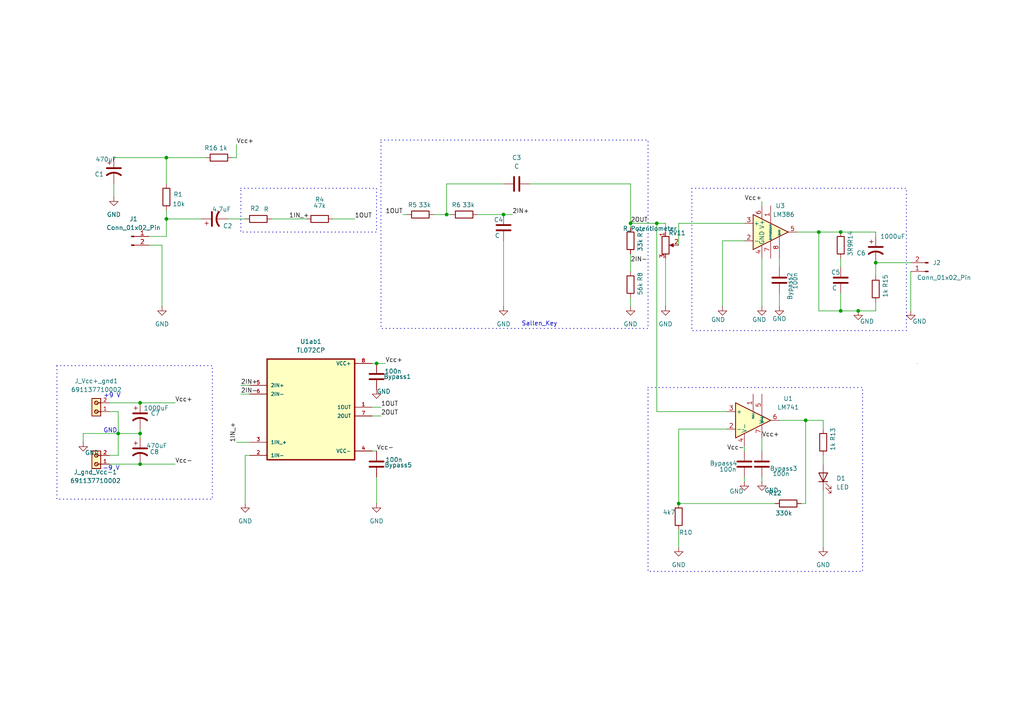
<source format=kicad_sch>
(kicad_sch
	(version 20231120)
	(generator "eeschema")
	(generator_version "8.0")
	(uuid "80fd7d7c-cc03-4e02-b999-5e0778a9578f")
	(paper "A4")
	(lib_symbols
		(symbol "691137710002:691137710002"
			(pin_names
				(offset 1.016)
			)
			(exclude_from_sim no)
			(in_bom yes)
			(on_board yes)
			(property "Reference" "J"
				(at -4.88 -0.922 0)
				(effects
					(font
						(size 1.27 1.27)
					)
					(justify right bottom)
				)
			)
			(property "Value" "691137710002"
				(at -4.83 -2.58 0)
				(effects
					(font
						(size 1.27 1.27)
					)
					(justify right bottom)
				)
			)
			(property "Footprint" "691137710002:691137710002"
				(at 0 0 0)
				(effects
					(font
						(size 1.27 1.27)
					)
					(justify bottom)
					(hide yes)
				)
			)
			(property "Datasheet" ""
				(at 0 0 0)
				(effects
					(font
						(size 1.27 1.27)
					)
					(hide yes)
				)
			)
			(property "Description" ""
				(at 0 0 0)
				(effects
					(font
						(size 1.27 1.27)
					)
					(hide yes)
				)
			)
			(property "MF" "Würth Elektronik"
				(at 0 0 0)
				(effects
					(font
						(size 1.27 1.27)
					)
					(justify bottom)
					(hide yes)
				)
			)
			(property "Description_1" "\n                        \n                            2 Position Wire to Board Terminal Block Horizontal with Board 0.197 (5.00mm) Through Hole\n                        \n"
				(at 0 0 0)
				(effects
					(font
						(size 1.27 1.27)
					)
					(justify bottom)
					(hide yes)
				)
			)
			(property "Package" "None"
				(at 0 0 0)
				(effects
					(font
						(size 1.27 1.27)
					)
					(justify bottom)
					(hide yes)
				)
			)
			(property "Price" "None"
				(at 0 0 0)
				(effects
					(font
						(size 1.27 1.27)
					)
					(justify bottom)
					(hide yes)
				)
			)
			(property "SnapEDA_Link" "https://www.snapeda.com/parts/691137710002/W%25C3%25BCrth+Elektronik+Midcom/view-part/?ref=snap"
				(at 0 0 0)
				(effects
					(font
						(size 1.27 1.27)
					)
					(justify bottom)
					(hide yes)
				)
			)
			(property "MP" "691137710002"
				(at 0 0 0)
				(effects
					(font
						(size 1.27 1.27)
					)
					(justify bottom)
					(hide yes)
				)
			)
			(property "Availability" "In Stock"
				(at 0 0 0)
				(effects
					(font
						(size 1.27 1.27)
					)
					(justify bottom)
					(hide yes)
				)
			)
			(property "Check_prices" "https://www.snapeda.com/parts/691137710002/W%25C3%25BCrth+Elektronik+Midcom/view-part/?ref=eda"
				(at 0 0 0)
				(effects
					(font
						(size 1.27 1.27)
					)
					(justify bottom)
					(hide yes)
				)
			)
			(symbol "691137710002_0_0"
				(rectangle
					(start -3.81 -2.54)
					(end 1.27 0)
					(stroke
						(width 0.254)
						(type default)
					)
					(fill
						(type background)
					)
				)
				(circle
					(center -2.54 -1.27)
					(radius 0.508)
					(stroke
						(width 0.254)
						(type default)
					)
					(fill
						(type none)
					)
				)
				(circle
					(center 0 -1.27)
					(radius 0.508)
					(stroke
						(width 0.254)
						(type default)
					)
					(fill
						(type none)
					)
				)
				(polyline
					(pts
						(xy -2.54 -1.778) (xy -2.54 -2.54)
					)
					(stroke
						(width 0.254)
						(type default)
					)
					(fill
						(type none)
					)
				)
				(polyline
					(pts
						(xy -2.286 -1.016) (xy -2.794 -1.524)
					)
					(stroke
						(width 0.1524)
						(type default)
					)
					(fill
						(type none)
					)
				)
				(polyline
					(pts
						(xy 0 -1.778) (xy 0 -2.54)
					)
					(stroke
						(width 0.254)
						(type default)
					)
					(fill
						(type none)
					)
				)
				(polyline
					(pts
						(xy 0.254 -1.016) (xy -0.254 -1.524)
					)
					(stroke
						(width 0.1524)
						(type default)
					)
					(fill
						(type none)
					)
				)
				(pin passive line
					(at -2.54 -5.08 90)
					(length 2.54)
					(name "~"
						(effects
							(font
								(size 1.016 1.016)
							)
						)
					)
					(number "1"
						(effects
							(font
								(size 1.016 1.016)
							)
						)
					)
				)
				(pin passive line
					(at 0 -5.08 90)
					(length 2.54)
					(name "~"
						(effects
							(font
								(size 1.016 1.016)
							)
						)
					)
					(number "2"
						(effects
							(font
								(size 1.016 1.016)
							)
						)
					)
				)
			)
		)
		(symbol "Amplifier_Audio:LM386"
			(pin_names
				(offset 0.127)
			)
			(exclude_from_sim no)
			(in_bom yes)
			(on_board yes)
			(property "Reference" "U3"
				(at 10.16 6.3186 0)
				(effects
					(font
						(size 1.27 1.27)
					)
				)
			)
			(property "Value" "LM386"
				(at 10.16 3.7786 0)
				(effects
					(font
						(size 1.27 1.27)
					)
				)
			)
			(property "Footprint" "Library:DIP794W45P254L959H508Q8_LM386"
				(at 2.286 -10.922 0)
				(effects
					(font
						(size 1.27 1.27)
					)
					(hide yes)
				)
			)
			(property "Datasheet" "http://www.ti.com/lit/ds/symlink/lm386.pdf"
				(at 5.334 -11.176 0)
				(effects
					(font
						(size 1.27 1.27)
					)
					(hide yes)
				)
			)
			(property "Description" "Low Voltage Audio Power Amplifier, DIP-8/SOIC-8/SSOP-8"
				(at 1.27 16.256 0)
				(effects
					(font
						(size 1.27 1.27)
					)
					(hide yes)
				)
			)
			(property "ki_keywords" "single Power opamp"
				(at 0 0 0)
				(effects
					(font
						(size 1.27 1.27)
					)
					(hide yes)
				)
			)
			(property "ki_fp_filters" "SOIC*3.9x4.9mm*P1.27mm* DIP*W7.62mm* MSSOP*P0.65mm* TSSOP*3x3mm*P0.5mm*"
				(at 0 0 0)
				(effects
					(font
						(size 1.27 1.27)
					)
					(hide yes)
				)
			)
			(symbol "LM386_0_1"
				(polyline
					(pts
						(xy 5.08 0) (xy -5.08 5.08) (xy -5.08 -5.08) (xy 5.08 0)
					)
					(stroke
						(width 0.254)
						(type default)
					)
					(fill
						(type background)
					)
				)
			)
			(symbol "LM386_1_1"
				(pin input line
					(at 0 7.62 270)
					(length 5.08)
					(name "GAIN"
						(effects
							(font
								(size 0.508 0.508)
							)
						)
					)
					(number "1"
						(effects
							(font
								(size 1.27 1.27)
							)
						)
					)
				)
				(pin input line
					(at -7.62 -2.54 0)
					(length 2.54)
					(name "-"
						(effects
							(font
								(size 1.27 1.27)
							)
						)
					)
					(number "2"
						(effects
							(font
								(size 1.27 1.27)
							)
						)
					)
				)
				(pin input line
					(at -7.62 2.54 0)
					(length 2.54)
					(name "+"
						(effects
							(font
								(size 1.27 1.27)
							)
						)
					)
					(number "3"
						(effects
							(font
								(size 1.27 1.27)
							)
						)
					)
				)
				(pin power_in line
					(at -2.54 -7.62 90)
					(length 3.81)
					(name "GND"
						(effects
							(font
								(size 1.27 1.27)
							)
						)
					)
					(number "4"
						(effects
							(font
								(size 1.27 1.27)
							)
						)
					)
				)
				(pin output line
					(at 7.62 0 180)
					(length 2.54)
					(name "~"
						(effects
							(font
								(size 1.27 1.27)
							)
						)
					)
					(number "5"
						(effects
							(font
								(size 1.27 1.27)
							)
						)
					)
				)
				(pin power_in line
					(at -2.54 7.62 270)
					(length 3.81)
					(name "V+"
						(effects
							(font
								(size 1.27 1.27)
							)
						)
					)
					(number "6"
						(effects
							(font
								(size 1.27 1.27)
							)
						)
					)
				)
				(pin input line
					(at 0 -7.62 90)
					(length 5.08)
					(name "BYPASS"
						(effects
							(font
								(size 0.508 0.508)
							)
						)
					)
					(number "7"
						(effects
							(font
								(size 1.27 1.27)
							)
						)
					)
				)
				(pin input line
					(at 2.54 -7.62 90)
					(length 6.35)
					(name "GAIN"
						(effects
							(font
								(size 0.508 0.508)
							)
						)
					)
					(number "8"
						(effects
							(font
								(size 1.27 1.27)
							)
						)
					)
				)
			)
		)
		(symbol "Amplifier_Operational:LM741"
			(pin_names
				(offset 0.127)
			)
			(exclude_from_sim no)
			(in_bom yes)
			(on_board yes)
			(property "Reference" "U1"
				(at 10.16 6.3186 0)
				(effects
					(font
						(size 1.27 1.27)
					)
				)
			)
			(property "Value" "LM741"
				(at 10.16 3.7786 0)
				(effects
					(font
						(size 1.27 1.27)
					)
				)
			)
			(property "Footprint" "Library:DIP794W45P254L959H508Q8"
				(at 1.27 1.27 0)
				(effects
					(font
						(size 1.27 1.27)
					)
					(hide yes)
				)
			)
			(property "Datasheet" "http://www.ti.com/lit/ds/symlink/lm741.pdf"
				(at 3.81 3.81 0)
				(effects
					(font
						(size 1.27 1.27)
					)
					(hide yes)
				)
			)
			(property "Description" "Operational Amplifier, DIP-8/TO-99-8"
				(at 0 0 0)
				(effects
					(font
						(size 1.27 1.27)
					)
					(hide yes)
				)
			)
			(property "ki_keywords" "single opamp"
				(at 0 0 0)
				(effects
					(font
						(size 1.27 1.27)
					)
					(hide yes)
				)
			)
			(property "ki_fp_filters" "SOIC*3.9x4.9mm*P1.27mm* DIP*W7.62mm* TSSOP*3x3mm*P0.65mm*"
				(at 0 0 0)
				(effects
					(font
						(size 1.27 1.27)
					)
					(hide yes)
				)
			)
			(symbol "LM741_0_1"
				(polyline
					(pts
						(xy -5.08 5.08) (xy 5.08 0) (xy -5.08 -5.08) (xy -5.08 5.08)
					)
					(stroke
						(width 0.254)
						(type default)
					)
					(fill
						(type background)
					)
				)
			)
			(symbol "LM741_1_1"
				(pin input line
					(at 0 7.62 270)
					(length 5.08)
					(name "NULL"
						(effects
							(font
								(size 0.508 0.508)
							)
						)
					)
					(number "1"
						(effects
							(font
								(size 1.27 1.27)
							)
						)
					)
				)
				(pin input line
					(at -7.62 -2.54 0)
					(length 2.54)
					(name "-"
						(effects
							(font
								(size 1.27 1.27)
							)
						)
					)
					(number "2"
						(effects
							(font
								(size 1.27 1.27)
							)
						)
					)
				)
				(pin input line
					(at -7.62 2.54 0)
					(length 2.54)
					(name "+"
						(effects
							(font
								(size 1.27 1.27)
							)
						)
					)
					(number "3"
						(effects
							(font
								(size 1.27 1.27)
							)
						)
					)
				)
				(pin power_in line
					(at -2.54 -7.62 90)
					(length 3.81)
					(name "V-"
						(effects
							(font
								(size 1.27 1.27)
							)
						)
					)
					(number "4"
						(effects
							(font
								(size 1.27 1.27)
							)
						)
					)
				)
				(pin input line
					(at 2.54 7.62 270)
					(length 6.35)
					(name "NULL"
						(effects
							(font
								(size 0.508 0.508)
							)
						)
					)
					(number "5"
						(effects
							(font
								(size 1.27 1.27)
							)
						)
					)
				)
				(pin output line
					(at 7.62 0 180)
					(length 2.54)
					(name "~"
						(effects
							(font
								(size 1.27 1.27)
							)
						)
					)
					(number "6"
						(effects
							(font
								(size 1.27 1.27)
							)
						)
					)
				)
				(pin power_in line
					(at 2.54 -5.08 90)
					(length 3.81)
					(name "V+"
						(effects
							(font
								(size 1.27 1.27)
							)
						)
					)
					(number "7"
						(effects
							(font
								(size 1.27 1.27)
							)
						)
					)
				)
				(pin no_connect line
					(at 0 2.54 270)
					(length 2.54) hide
					(name "NC"
						(effects
							(font
								(size 1.27 1.27)
							)
						)
					)
					(number "8"
						(effects
							(font
								(size 1.27 1.27)
							)
						)
					)
				)
			)
		)
		(symbol "Connector:Conn_01x02_Pin"
			(pin_names
				(offset 1.016) hide)
			(exclude_from_sim no)
			(in_bom yes)
			(on_board yes)
			(property "Reference" "J"
				(at 0 2.54 0)
				(effects
					(font
						(size 1.27 1.27)
					)
				)
			)
			(property "Value" "Conn_01x02_Pin"
				(at 0 -5.08 0)
				(effects
					(font
						(size 1.27 1.27)
					)
				)
			)
			(property "Footprint" ""
				(at 0 0 0)
				(effects
					(font
						(size 1.27 1.27)
					)
					(hide yes)
				)
			)
			(property "Datasheet" "~"
				(at 0 0 0)
				(effects
					(font
						(size 1.27 1.27)
					)
					(hide yes)
				)
			)
			(property "Description" "Generic connector, single row, 01x02, script generated"
				(at 0 0 0)
				(effects
					(font
						(size 1.27 1.27)
					)
					(hide yes)
				)
			)
			(property "ki_locked" ""
				(at 0 0 0)
				(effects
					(font
						(size 1.27 1.27)
					)
				)
			)
			(property "ki_keywords" "connector"
				(at 0 0 0)
				(effects
					(font
						(size 1.27 1.27)
					)
					(hide yes)
				)
			)
			(property "ki_fp_filters" "Connector*:*_1x??_*"
				(at 0 0 0)
				(effects
					(font
						(size 1.27 1.27)
					)
					(hide yes)
				)
			)
			(symbol "Conn_01x02_Pin_1_1"
				(polyline
					(pts
						(xy 1.27 -2.54) (xy 0.8636 -2.54)
					)
					(stroke
						(width 0.1524)
						(type default)
					)
					(fill
						(type none)
					)
				)
				(polyline
					(pts
						(xy 1.27 0) (xy 0.8636 0)
					)
					(stroke
						(width 0.1524)
						(type default)
					)
					(fill
						(type none)
					)
				)
				(rectangle
					(start 0.8636 -2.413)
					(end 0 -2.667)
					(stroke
						(width 0.1524)
						(type default)
					)
					(fill
						(type outline)
					)
				)
				(rectangle
					(start 0.8636 0.127)
					(end 0 -0.127)
					(stroke
						(width 0.1524)
						(type default)
					)
					(fill
						(type outline)
					)
				)
				(pin passive line
					(at 5.08 0 180)
					(length 3.81)
					(name "Pin_1"
						(effects
							(font
								(size 1.27 1.27)
							)
						)
					)
					(number "1"
						(effects
							(font
								(size 1.27 1.27)
							)
						)
					)
				)
				(pin passive line
					(at 5.08 -2.54 180)
					(length 3.81)
					(name "Pin_2"
						(effects
							(font
								(size 1.27 1.27)
							)
						)
					)
					(number "2"
						(effects
							(font
								(size 1.27 1.27)
							)
						)
					)
				)
			)
		)
		(symbol "Device:C"
			(pin_numbers hide)
			(pin_names
				(offset 0.254)
			)
			(exclude_from_sim no)
			(in_bom yes)
			(on_board yes)
			(property "Reference" "C"
				(at 0.635 2.54 0)
				(effects
					(font
						(size 1.27 1.27)
					)
					(justify left)
				)
			)
			(property "Value" "C"
				(at 0.635 -2.54 0)
				(effects
					(font
						(size 1.27 1.27)
					)
					(justify left)
				)
			)
			(property "Footprint" ""
				(at 0.9652 -3.81 0)
				(effects
					(font
						(size 1.27 1.27)
					)
					(hide yes)
				)
			)
			(property "Datasheet" "~"
				(at 0 0 0)
				(effects
					(font
						(size 1.27 1.27)
					)
					(hide yes)
				)
			)
			(property "Description" "Unpolarized capacitor"
				(at 0 0 0)
				(effects
					(font
						(size 1.27 1.27)
					)
					(hide yes)
				)
			)
			(property "ki_keywords" "cap capacitor"
				(at 0 0 0)
				(effects
					(font
						(size 1.27 1.27)
					)
					(hide yes)
				)
			)
			(property "ki_fp_filters" "C_*"
				(at 0 0 0)
				(effects
					(font
						(size 1.27 1.27)
					)
					(hide yes)
				)
			)
			(symbol "C_0_1"
				(polyline
					(pts
						(xy -2.032 -0.762) (xy 2.032 -0.762)
					)
					(stroke
						(width 0.508)
						(type default)
					)
					(fill
						(type none)
					)
				)
				(polyline
					(pts
						(xy -2.032 0.762) (xy 2.032 0.762)
					)
					(stroke
						(width 0.508)
						(type default)
					)
					(fill
						(type none)
					)
				)
			)
			(symbol "C_1_1"
				(pin passive line
					(at 0 3.81 270)
					(length 2.794)
					(name "~"
						(effects
							(font
								(size 1.27 1.27)
							)
						)
					)
					(number "1"
						(effects
							(font
								(size 1.27 1.27)
							)
						)
					)
				)
				(pin passive line
					(at 0 -3.81 90)
					(length 2.794)
					(name "~"
						(effects
							(font
								(size 1.27 1.27)
							)
						)
					)
					(number "2"
						(effects
							(font
								(size 1.27 1.27)
							)
						)
					)
				)
			)
		)
		(symbol "Device:C_Polarized_US"
			(pin_numbers hide)
			(pin_names
				(offset 0.254) hide)
			(exclude_from_sim no)
			(in_bom yes)
			(on_board yes)
			(property "Reference" "C"
				(at 0.635 2.54 0)
				(effects
					(font
						(size 1.27 1.27)
					)
					(justify left)
				)
			)
			(property "Value" "C_Polarized_US"
				(at 0.635 -2.54 0)
				(effects
					(font
						(size 1.27 1.27)
					)
					(justify left)
				)
			)
			(property "Footprint" ""
				(at 0 0 0)
				(effects
					(font
						(size 1.27 1.27)
					)
					(hide yes)
				)
			)
			(property "Datasheet" "~"
				(at 0 0 0)
				(effects
					(font
						(size 1.27 1.27)
					)
					(hide yes)
				)
			)
			(property "Description" "Polarized capacitor, US symbol"
				(at 0 0 0)
				(effects
					(font
						(size 1.27 1.27)
					)
					(hide yes)
				)
			)
			(property "ki_keywords" "cap capacitor"
				(at 0 0 0)
				(effects
					(font
						(size 1.27 1.27)
					)
					(hide yes)
				)
			)
			(property "ki_fp_filters" "CP_*"
				(at 0 0 0)
				(effects
					(font
						(size 1.27 1.27)
					)
					(hide yes)
				)
			)
			(symbol "C_Polarized_US_0_1"
				(polyline
					(pts
						(xy -2.032 0.762) (xy 2.032 0.762)
					)
					(stroke
						(width 0.508)
						(type default)
					)
					(fill
						(type none)
					)
				)
				(polyline
					(pts
						(xy -1.778 2.286) (xy -0.762 2.286)
					)
					(stroke
						(width 0)
						(type default)
					)
					(fill
						(type none)
					)
				)
				(polyline
					(pts
						(xy -1.27 1.778) (xy -1.27 2.794)
					)
					(stroke
						(width 0)
						(type default)
					)
					(fill
						(type none)
					)
				)
				(arc
					(start 2.032 -1.27)
					(mid 0 -0.5572)
					(end -2.032 -1.27)
					(stroke
						(width 0.508)
						(type default)
					)
					(fill
						(type none)
					)
				)
			)
			(symbol "C_Polarized_US_1_1"
				(pin passive line
					(at 0 3.81 270)
					(length 2.794)
					(name "~"
						(effects
							(font
								(size 1.27 1.27)
							)
						)
					)
					(number "1"
						(effects
							(font
								(size 1.27 1.27)
							)
						)
					)
				)
				(pin passive line
					(at 0 -3.81 90)
					(length 3.302)
					(name "~"
						(effects
							(font
								(size 1.27 1.27)
							)
						)
					)
					(number "2"
						(effects
							(font
								(size 1.27 1.27)
							)
						)
					)
				)
			)
		)
		(symbol "Device:LED"
			(pin_numbers hide)
			(pin_names
				(offset 1.016) hide)
			(exclude_from_sim no)
			(in_bom yes)
			(on_board yes)
			(property "Reference" "D"
				(at 0 2.54 0)
				(effects
					(font
						(size 1.27 1.27)
					)
				)
			)
			(property "Value" "LED"
				(at 0 -2.54 0)
				(effects
					(font
						(size 1.27 1.27)
					)
				)
			)
			(property "Footprint" ""
				(at 0 0 0)
				(effects
					(font
						(size 1.27 1.27)
					)
					(hide yes)
				)
			)
			(property "Datasheet" "~"
				(at 0 0 0)
				(effects
					(font
						(size 1.27 1.27)
					)
					(hide yes)
				)
			)
			(property "Description" "Light emitting diode"
				(at 0 0 0)
				(effects
					(font
						(size 1.27 1.27)
					)
					(hide yes)
				)
			)
			(property "ki_keywords" "LED diode"
				(at 0 0 0)
				(effects
					(font
						(size 1.27 1.27)
					)
					(hide yes)
				)
			)
			(property "ki_fp_filters" "LED* LED_SMD:* LED_THT:*"
				(at 0 0 0)
				(effects
					(font
						(size 1.27 1.27)
					)
					(hide yes)
				)
			)
			(symbol "LED_0_1"
				(polyline
					(pts
						(xy -1.27 -1.27) (xy -1.27 1.27)
					)
					(stroke
						(width 0.254)
						(type default)
					)
					(fill
						(type none)
					)
				)
				(polyline
					(pts
						(xy -1.27 0) (xy 1.27 0)
					)
					(stroke
						(width 0)
						(type default)
					)
					(fill
						(type none)
					)
				)
				(polyline
					(pts
						(xy 1.27 -1.27) (xy 1.27 1.27) (xy -1.27 0) (xy 1.27 -1.27)
					)
					(stroke
						(width 0.254)
						(type default)
					)
					(fill
						(type none)
					)
				)
				(polyline
					(pts
						(xy -3.048 -0.762) (xy -4.572 -2.286) (xy -3.81 -2.286) (xy -4.572 -2.286) (xy -4.572 -1.524)
					)
					(stroke
						(width 0)
						(type default)
					)
					(fill
						(type none)
					)
				)
				(polyline
					(pts
						(xy -1.778 -0.762) (xy -3.302 -2.286) (xy -2.54 -2.286) (xy -3.302 -2.286) (xy -3.302 -1.524)
					)
					(stroke
						(width 0)
						(type default)
					)
					(fill
						(type none)
					)
				)
			)
			(symbol "LED_1_1"
				(pin passive line
					(at -3.81 0 0)
					(length 2.54)
					(name "K"
						(effects
							(font
								(size 1.27 1.27)
							)
						)
					)
					(number "1"
						(effects
							(font
								(size 1.27 1.27)
							)
						)
					)
				)
				(pin passive line
					(at 3.81 0 180)
					(length 2.54)
					(name "A"
						(effects
							(font
								(size 1.27 1.27)
							)
						)
					)
					(number "2"
						(effects
							(font
								(size 1.27 1.27)
							)
						)
					)
				)
			)
		)
		(symbol "Device:R"
			(pin_numbers hide)
			(pin_names
				(offset 0)
			)
			(exclude_from_sim no)
			(in_bom yes)
			(on_board yes)
			(property "Reference" "R"
				(at 2.032 0 90)
				(effects
					(font
						(size 1.27 1.27)
					)
				)
			)
			(property "Value" "R"
				(at 0 0 90)
				(effects
					(font
						(size 1.27 1.27)
					)
				)
			)
			(property "Footprint" ""
				(at -1.778 0 90)
				(effects
					(font
						(size 1.27 1.27)
					)
					(hide yes)
				)
			)
			(property "Datasheet" "~"
				(at 0 0 0)
				(effects
					(font
						(size 1.27 1.27)
					)
					(hide yes)
				)
			)
			(property "Description" "Resistor"
				(at 0 0 0)
				(effects
					(font
						(size 1.27 1.27)
					)
					(hide yes)
				)
			)
			(property "ki_keywords" "R res resistor"
				(at 0 0 0)
				(effects
					(font
						(size 1.27 1.27)
					)
					(hide yes)
				)
			)
			(property "ki_fp_filters" "R_*"
				(at 0 0 0)
				(effects
					(font
						(size 1.27 1.27)
					)
					(hide yes)
				)
			)
			(symbol "R_0_1"
				(rectangle
					(start -1.016 -2.54)
					(end 1.016 2.54)
					(stroke
						(width 0.254)
						(type default)
					)
					(fill
						(type none)
					)
				)
			)
			(symbol "R_1_1"
				(pin passive line
					(at 0 3.81 270)
					(length 1.27)
					(name "~"
						(effects
							(font
								(size 1.27 1.27)
							)
						)
					)
					(number "1"
						(effects
							(font
								(size 1.27 1.27)
							)
						)
					)
				)
				(pin passive line
					(at 0 -3.81 90)
					(length 1.27)
					(name "~"
						(effects
							(font
								(size 1.27 1.27)
							)
						)
					)
					(number "2"
						(effects
							(font
								(size 1.27 1.27)
							)
						)
					)
				)
			)
		)
		(symbol "Device:R_Potentiometer"
			(pin_names
				(offset 1.016) hide)
			(exclude_from_sim no)
			(in_bom yes)
			(on_board yes)
			(property "Reference" "RV"
				(at -4.445 0 90)
				(effects
					(font
						(size 1.27 1.27)
					)
				)
			)
			(property "Value" "R_Potentiometer"
				(at -2.54 0 90)
				(effects
					(font
						(size 1.27 1.27)
					)
				)
			)
			(property "Footprint" ""
				(at 0 0 0)
				(effects
					(font
						(size 1.27 1.27)
					)
					(hide yes)
				)
			)
			(property "Datasheet" "~"
				(at 0 0 0)
				(effects
					(font
						(size 1.27 1.27)
					)
					(hide yes)
				)
			)
			(property "Description" "Potentiometer"
				(at 0 0 0)
				(effects
					(font
						(size 1.27 1.27)
					)
					(hide yes)
				)
			)
			(property "ki_keywords" "resistor variable"
				(at 0 0 0)
				(effects
					(font
						(size 1.27 1.27)
					)
					(hide yes)
				)
			)
			(property "ki_fp_filters" "Potentiometer*"
				(at 0 0 0)
				(effects
					(font
						(size 1.27 1.27)
					)
					(hide yes)
				)
			)
			(symbol "R_Potentiometer_0_1"
				(polyline
					(pts
						(xy 2.54 0) (xy 1.524 0)
					)
					(stroke
						(width 0)
						(type default)
					)
					(fill
						(type none)
					)
				)
				(polyline
					(pts
						(xy 1.143 0) (xy 2.286 0.508) (xy 2.286 -0.508) (xy 1.143 0)
					)
					(stroke
						(width 0)
						(type default)
					)
					(fill
						(type outline)
					)
				)
				(rectangle
					(start 1.016 2.54)
					(end -1.016 -2.54)
					(stroke
						(width 0.254)
						(type default)
					)
					(fill
						(type none)
					)
				)
			)
			(symbol "R_Potentiometer_1_1"
				(pin passive line
					(at 0 3.81 270)
					(length 1.27)
					(name "1"
						(effects
							(font
								(size 1.27 1.27)
							)
						)
					)
					(number "1"
						(effects
							(font
								(size 1.27 1.27)
							)
						)
					)
				)
				(pin passive line
					(at 3.81 0 180)
					(length 1.27)
					(name "2"
						(effects
							(font
								(size 1.27 1.27)
							)
						)
					)
					(number "2"
						(effects
							(font
								(size 1.27 1.27)
							)
						)
					)
				)
				(pin passive line
					(at 0 -3.81 90)
					(length 1.27)
					(name "3"
						(effects
							(font
								(size 1.27 1.27)
							)
						)
					)
					(number "3"
						(effects
							(font
								(size 1.27 1.27)
							)
						)
					)
				)
			)
		)
		(symbol "TL072CP:TL072CP"
			(pin_names
				(offset 1.016)
			)
			(exclude_from_sim no)
			(in_bom yes)
			(on_board yes)
			(property "Reference" "U5"
				(at 0 20.066 0)
				(effects
					(font
						(size 1.27 1.27)
					)
				)
			)
			(property "Value" "TL072CP"
				(at 0 17.526 0)
				(effects
					(font
						(size 1.27 1.27)
					)
				)
			)
			(property "Footprint" "Library:DIP794W45P254L959H508Q8"
				(at 0 0 0)
				(effects
					(font
						(size 1.27 1.27)
					)
					(justify bottom)
					(hide yes)
				)
			)
			(property "Datasheet" ""
				(at 0 0 0)
				(effects
					(font
						(size 1.27 1.27)
					)
					(hide yes)
				)
			)
			(property "Description" ""
				(at 0 0 0)
				(effects
					(font
						(size 1.27 1.27)
					)
					(hide yes)
				)
			)
			(property "MF" "Texas Instruments"
				(at 0 0 0)
				(effects
					(font
						(size 1.27 1.27)
					)
					(justify bottom)
					(hide yes)
				)
			)
			(property "Description_1" "\n                        \n                            Dual, 30-V, 3-MHz, high slew rate (13-V/µs), In to V+, JFET-input op amp\n                        \n"
				(at 0 0 0)
				(effects
					(font
						(size 1.27 1.27)
					)
					(justify bottom)
					(hide yes)
				)
			)
			(property "Package" "PDIP-8 Texas"
				(at 0 0 0)
				(effects
					(font
						(size 1.27 1.27)
					)
					(justify bottom)
					(hide yes)
				)
			)
			(property "Price" "None"
				(at 0 0 0)
				(effects
					(font
						(size 1.27 1.27)
					)
					(justify bottom)
					(hide yes)
				)
			)
			(property "SnapEDA_Link" "https://www.snapeda.com/parts/TL072CP/Texas+Instruments/view-part/?ref=snap"
				(at 0 0 0)
				(effects
					(font
						(size 1.27 1.27)
					)
					(justify bottom)
					(hide yes)
				)
			)
			(property "MP" "TL072CP"
				(at 0 0 0)
				(effects
					(font
						(size 1.27 1.27)
					)
					(justify bottom)
					(hide yes)
				)
			)
			(property "Availability" "In Stock"
				(at 0 0 0)
				(effects
					(font
						(size 1.27 1.27)
					)
					(justify bottom)
					(hide yes)
				)
			)
			(property "Check_prices" "https://www.snapeda.com/parts/TL072CP/Texas+Instruments/view-part/?ref=eda"
				(at 0 0 0)
				(effects
					(font
						(size 1.27 1.27)
					)
					(justify bottom)
					(hide yes)
				)
			)
			(symbol "TL072CP_0_0"
				(rectangle
					(start -12.7 16.51)
					(end 12.7 -12.7)
					(stroke
						(width 0.41)
						(type default)
					)
					(fill
						(type background)
					)
				)
				(pin output line
					(at 17.78 2.54 180)
					(length 5.08)
					(name "1OUT"
						(effects
							(font
								(size 1.016 1.016)
							)
						)
					)
					(number "1"
						(effects
							(font
								(size 1.016 1.016)
							)
						)
					)
				)
				(pin input line
					(at -17.78 -11.43 0)
					(length 5.08)
					(name "1IN-"
						(effects
							(font
								(size 1.016 1.016)
							)
						)
					)
					(number "2"
						(effects
							(font
								(size 1.016 1.016)
							)
						)
					)
				)
				(pin input line
					(at -17.78 -7.62 0)
					(length 5.08)
					(name "1IN_+"
						(effects
							(font
								(size 1.016 1.016)
							)
						)
					)
					(number "3"
						(effects
							(font
								(size 1.016 1.016)
							)
						)
					)
				)
				(pin power_in line
					(at 17.78 -10.16 180)
					(length 5.08)
					(name "VCC-"
						(effects
							(font
								(size 1.016 1.016)
							)
						)
					)
					(number "4"
						(effects
							(font
								(size 1.016 1.016)
							)
						)
					)
				)
				(pin input line
					(at -17.78 8.89 0)
					(length 5.08)
					(name "2IN+"
						(effects
							(font
								(size 1.016 1.016)
							)
						)
					)
					(number "5"
						(effects
							(font
								(size 1.016 1.016)
							)
						)
					)
				)
				(pin input line
					(at -17.78 6.35 0)
					(length 5.08)
					(name "2IN-"
						(effects
							(font
								(size 1.016 1.016)
							)
						)
					)
					(number "6"
						(effects
							(font
								(size 1.016 1.016)
							)
						)
					)
				)
				(pin output line
					(at 17.78 0 180)
					(length 5.08)
					(name "2OUT"
						(effects
							(font
								(size 1.016 1.016)
							)
						)
					)
					(number "7"
						(effects
							(font
								(size 1.016 1.016)
							)
						)
					)
				)
				(pin power_in line
					(at 17.78 15.24 180)
					(length 5.08)
					(name "VCC+"
						(effects
							(font
								(size 1.016 1.016)
							)
						)
					)
					(number "8"
						(effects
							(font
								(size 1.016 1.016)
							)
						)
					)
				)
			)
		)
		(symbol "power:GND"
			(power)
			(pin_numbers hide)
			(pin_names
				(offset 0) hide)
			(exclude_from_sim no)
			(in_bom yes)
			(on_board yes)
			(property "Reference" "#PWR"
				(at 0 -6.35 0)
				(effects
					(font
						(size 1.27 1.27)
					)
					(hide yes)
				)
			)
			(property "Value" "GND"
				(at 0 -3.81 0)
				(effects
					(font
						(size 1.27 1.27)
					)
				)
			)
			(property "Footprint" ""
				(at 0 0 0)
				(effects
					(font
						(size 1.27 1.27)
					)
					(hide yes)
				)
			)
			(property "Datasheet" ""
				(at 0 0 0)
				(effects
					(font
						(size 1.27 1.27)
					)
					(hide yes)
				)
			)
			(property "Description" "Power symbol creates a global label with name \"GND\" , ground"
				(at 0 0 0)
				(effects
					(font
						(size 1.27 1.27)
					)
					(hide yes)
				)
			)
			(property "ki_keywords" "global power"
				(at 0 0 0)
				(effects
					(font
						(size 1.27 1.27)
					)
					(hide yes)
				)
			)
			(symbol "GND_0_1"
				(polyline
					(pts
						(xy 0 0) (xy 0 -1.27) (xy 1.27 -1.27) (xy 0 -2.54) (xy -1.27 -1.27) (xy 0 -1.27)
					)
					(stroke
						(width 0)
						(type default)
					)
					(fill
						(type none)
					)
				)
			)
			(symbol "GND_1_1"
				(pin power_in line
					(at 0 0 270)
					(length 0)
					(name "~"
						(effects
							(font
								(size 1.27 1.27)
							)
						)
					)
					(number "1"
						(effects
							(font
								(size 1.27 1.27)
							)
						)
					)
				)
			)
		)
	)
	(junction
		(at 40.64 125.73)
		(diameter 0)
		(color 0 0 0 0)
		(uuid "16fee0cd-e2f1-4e15-8052-b03c9535df4c")
	)
	(junction
		(at 243.84 67.31)
		(diameter 0)
		(color 0 0 0 0)
		(uuid "2e827f65-73fb-4c8e-a8b3-1ce6ec830312")
	)
	(junction
		(at 146.05 62.23)
		(diameter 0)
		(color 0 0 0 0)
		(uuid "31f52bcf-459f-42b3-9955-370aee3c3351")
	)
	(junction
		(at 254 76.2)
		(diameter 0)
		(color 0 0 0 0)
		(uuid "3a0d3016-4c66-4aa4-8200-1154cc264e53")
	)
	(junction
		(at 40.64 116.84)
		(diameter 0)
		(color 0 0 0 0)
		(uuid "46195e30-a75c-4a49-8e41-4f3ebb7c7f19")
	)
	(junction
		(at 48.26 63.5)
		(diameter 0)
		(color 0 0 0 0)
		(uuid "596e1764-2f98-484d-a688-77f190f796aa")
	)
	(junction
		(at 196.85 146.05)
		(diameter 0)
		(color 0 0 0 0)
		(uuid "5f049247-9512-4459-a755-79fd29d6446c")
	)
	(junction
		(at 34.29 125.73)
		(diameter 0)
		(color 0 0 0 0)
		(uuid "7c2f8342-774e-4bd4-b656-7d556f58998b")
	)
	(junction
		(at 243.84 90.17)
		(diameter 0)
		(color 0 0 0 0)
		(uuid "7d6d0704-984f-41de-978f-a615a7b91105")
	)
	(junction
		(at 237.49 67.31)
		(diameter 0)
		(color 0 0 0 0)
		(uuid "8f5bf83d-9706-4afb-9b85-0f0a05c505df")
	)
	(junction
		(at 109.22 105.41)
		(diameter 0)
		(color 0 0 0 0)
		(uuid "a3317263-95dd-4e80-982a-a94fa2b96e88")
	)
	(junction
		(at 48.26 45.72)
		(diameter 0)
		(color 0 0 0 0)
		(uuid "b2d8bfbe-8eaf-4b49-a602-367007ff0a15")
	)
	(junction
		(at 129.54 62.23)
		(diameter 0)
		(color 0 0 0 0)
		(uuid "b8fcf7a0-afd7-401f-8f95-8bd60820ce01")
	)
	(junction
		(at 248.92 90.17)
		(diameter 0)
		(color 0 0 0 0)
		(uuid "d6a67d59-13d0-4409-a58f-977c0c282ccc")
	)
	(junction
		(at 182.88 64.77)
		(diameter 0)
		(color 0 0 0 0)
		(uuid "dea84e2a-e71a-4b6b-8543-bcb1dcc5e7d7")
	)
	(junction
		(at 190.5 64.77)
		(diameter 0)
		(color 0 0 0 0)
		(uuid "ec89a105-ce5e-4c5a-a12f-49161fdf720c")
	)
	(junction
		(at 233.68 121.92)
		(diameter 0)
		(color 0 0 0 0)
		(uuid "f068b403-ca3c-4050-9990-aab1fb412985")
	)
	(junction
		(at 40.64 134.62)
		(diameter 0)
		(color 0 0 0 0)
		(uuid "faaab538-fae0-4950-b5ae-7e0221e7cffa")
	)
	(wire
		(pts
			(xy 46.99 71.12) (xy 46.99 88.9)
		)
		(stroke
			(width 0)
			(type default)
		)
		(uuid "04a0290b-f43e-4cbb-a320-2e61ace84318")
	)
	(wire
		(pts
			(xy 48.26 45.72) (xy 59.69 45.72)
		)
		(stroke
			(width 0)
			(type default)
		)
		(uuid "0636ea1e-3460-42c5-bc77-d75d0ba36dba")
	)
	(wire
		(pts
			(xy 146.05 62.23) (xy 148.59 62.23)
		)
		(stroke
			(width 0)
			(type default)
		)
		(uuid "06c4bea3-340c-41bd-9eb8-eb76fd637a88")
	)
	(wire
		(pts
			(xy 67.31 45.72) (xy 68.58 45.72)
		)
		(stroke
			(width 0)
			(type default)
		)
		(uuid "07e876ab-c5eb-4043-ae73-ee15c4a1d0c5")
	)
	(wire
		(pts
			(xy 40.64 134.62) (xy 50.8 134.62)
		)
		(stroke
			(width 0)
			(type default)
		)
		(uuid "0a9fbad3-66d8-4966-a45a-1113a65783c6")
	)
	(wire
		(pts
			(xy 238.76 121.92) (xy 238.76 124.46)
		)
		(stroke
			(width 0)
			(type default)
		)
		(uuid "0b17625f-1752-4444-9b26-8cf7969970c5")
	)
	(wire
		(pts
			(xy 254 80.01) (xy 254 76.2)
		)
		(stroke
			(width 0)
			(type default)
		)
		(uuid "0c791127-260f-4b17-9cb5-79a7c3ce2e6d")
	)
	(wire
		(pts
			(xy 182.88 64.77) (xy 190.5 64.77)
		)
		(stroke
			(width 0)
			(type default)
		)
		(uuid "0d5fe5e7-35e0-4225-b247-ba2444118b71")
	)
	(wire
		(pts
			(xy 182.88 64.77) (xy 182.88 66.04)
		)
		(stroke
			(width 0)
			(type default)
		)
		(uuid "0f992a5a-2ac8-456f-8226-14a2d6ef2817")
	)
	(wire
		(pts
			(xy 31.75 116.84) (xy 40.64 116.84)
		)
		(stroke
			(width 0)
			(type default)
		)
		(uuid "11d097d6-c8be-4b5a-9ff8-ead4430a01d1")
	)
	(wire
		(pts
			(xy 68.58 128.27) (xy 72.39 128.27)
		)
		(stroke
			(width 0)
			(type default)
		)
		(uuid "183096f7-b603-4484-b197-561017a5428a")
	)
	(wire
		(pts
			(xy 116.84 62.23) (xy 118.11 62.23)
		)
		(stroke
			(width 0)
			(type default)
		)
		(uuid "18d7ae28-b1c4-4321-a855-b58796efe01f")
	)
	(wire
		(pts
			(xy 129.54 53.34) (xy 129.54 62.23)
		)
		(stroke
			(width 0)
			(type default)
		)
		(uuid "1d0310a7-15c3-47ab-9397-17ac29339822")
	)
	(wire
		(pts
			(xy 48.26 60.96) (xy 48.26 63.5)
		)
		(stroke
			(width 0)
			(type default)
		)
		(uuid "1ed2a4b4-5f65-4b99-b6f9-88680984e518")
	)
	(wire
		(pts
			(xy 33.02 45.72) (xy 48.26 45.72)
		)
		(stroke
			(width 0)
			(type default)
		)
		(uuid "1ef74964-08bc-4201-bbc6-d018dc9de67d")
	)
	(wire
		(pts
			(xy 196.85 64.77) (xy 196.85 71.12)
		)
		(stroke
			(width 0)
			(type default)
		)
		(uuid "221ccb89-55e2-4e69-8ece-d50f29019a78")
	)
	(wire
		(pts
			(xy 34.29 119.38) (xy 34.29 125.73)
		)
		(stroke
			(width 0)
			(type default)
		)
		(uuid "248180d1-36ee-4d28-a0b7-da6784c82103")
	)
	(wire
		(pts
			(xy 243.84 74.93) (xy 243.84 77.47)
		)
		(stroke
			(width 0)
			(type default)
		)
		(uuid "24cd14ca-9089-414a-8e5e-13c9e4e2e2ce")
	)
	(wire
		(pts
			(xy 220.98 127) (xy 220.98 130.81)
		)
		(stroke
			(width 0)
			(type default)
		)
		(uuid "26535ed1-4c16-4e88-bc48-ee4a2c369e86")
	)
	(wire
		(pts
			(xy 146.05 69.85) (xy 146.05 88.9)
		)
		(stroke
			(width 0)
			(type default)
		)
		(uuid "27601312-ad0b-44f4-9606-64dff92fc0d9")
	)
	(wire
		(pts
			(xy 129.54 62.23) (xy 130.81 62.23)
		)
		(stroke
			(width 0)
			(type default)
		)
		(uuid "2992b77c-38bb-4a77-93ce-613f0afae3b7")
	)
	(wire
		(pts
			(xy 196.85 64.77) (xy 215.9 64.77)
		)
		(stroke
			(width 0)
			(type default)
		)
		(uuid "368b3332-2e54-478a-82f8-94928b6d1a03")
	)
	(wire
		(pts
			(xy 24.13 125.73) (xy 24.13 128.27)
		)
		(stroke
			(width 0)
			(type default)
		)
		(uuid "3a270e9b-97bd-42f4-80db-db24441d155d")
	)
	(wire
		(pts
			(xy 232.41 146.05) (xy 233.68 146.05)
		)
		(stroke
			(width 0)
			(type default)
		)
		(uuid "410e1666-85cc-4a09-a44c-e303c78aa77c")
	)
	(wire
		(pts
			(xy 243.84 67.31) (xy 254 67.31)
		)
		(stroke
			(width 0)
			(type default)
		)
		(uuid "45f490b5-ecec-4a1e-9955-31aaac40193f")
	)
	(wire
		(pts
			(xy 43.18 71.12) (xy 46.99 71.12)
		)
		(stroke
			(width 0)
			(type default)
		)
		(uuid "4636c028-b830-410b-888a-005f0c58fd9b")
	)
	(wire
		(pts
			(xy 264.16 78.74) (xy 264.16 90.17)
		)
		(stroke
			(width 0)
			(type default)
		)
		(uuid "46bfb36f-129f-43b8-9510-9754e6ee6e6a")
	)
	(wire
		(pts
			(xy 109.22 138.43) (xy 109.22 146.05)
		)
		(stroke
			(width 0)
			(type default)
		)
		(uuid "4e91282d-e7b6-47b7-aeca-c9276f5af8a7")
	)
	(wire
		(pts
			(xy 190.5 119.38) (xy 210.82 119.38)
		)
		(stroke
			(width 0)
			(type default)
		)
		(uuid "4f8175b7-a1d8-46f7-b8ef-7b9810e8a38f")
	)
	(wire
		(pts
			(xy 182.88 86.36) (xy 182.88 88.9)
		)
		(stroke
			(width 0)
			(type default)
		)
		(uuid "51a76b94-e688-4f79-9f0b-7502671e7f66")
	)
	(wire
		(pts
			(xy 196.85 124.46) (xy 210.82 124.46)
		)
		(stroke
			(width 0)
			(type default)
		)
		(uuid "5279b229-8612-4dc4-9002-694e7f3bf887")
	)
	(wire
		(pts
			(xy 48.26 68.58) (xy 48.26 63.5)
		)
		(stroke
			(width 0)
			(type default)
		)
		(uuid "53dfd1b4-a3da-4917-9d53-2d97ba364aef")
	)
	(wire
		(pts
			(xy 233.68 121.92) (xy 233.68 146.05)
		)
		(stroke
			(width 0)
			(type default)
		)
		(uuid "55cb457b-ea72-4f8e-86e6-58776f9d29d0")
	)
	(wire
		(pts
			(xy 34.29 125.73) (xy 40.64 125.73)
		)
		(stroke
			(width 0)
			(type default)
		)
		(uuid "574aff4b-ad69-4eb6-96b6-da9f1a1fac9e")
	)
	(wire
		(pts
			(xy 226.06 121.92) (xy 233.68 121.92)
		)
		(stroke
			(width 0)
			(type default)
		)
		(uuid "5d21a990-be94-49df-9321-9b1b47121077")
	)
	(wire
		(pts
			(xy 125.73 62.23) (xy 129.54 62.23)
		)
		(stroke
			(width 0)
			(type default)
		)
		(uuid "5ded38c2-f562-411f-8333-023f44978ea4")
	)
	(wire
		(pts
			(xy 215.9 129.54) (xy 215.9 130.81)
		)
		(stroke
			(width 0)
			(type default)
		)
		(uuid "62f4b272-61f0-4f54-b9d6-9dfaa2fd8088")
	)
	(wire
		(pts
			(xy 107.95 118.11) (xy 110.49 118.11)
		)
		(stroke
			(width 0)
			(type default)
		)
		(uuid "62fb8f33-2389-49b4-afe3-55363c90a5bd")
	)
	(wire
		(pts
			(xy 34.29 125.73) (xy 34.29 132.08)
		)
		(stroke
			(width 0)
			(type default)
		)
		(uuid "66c39d88-c469-4b80-9db1-1c95a3d1d971")
	)
	(wire
		(pts
			(xy 190.5 64.77) (xy 193.04 64.77)
		)
		(stroke
			(width 0)
			(type default)
		)
		(uuid "6792ea39-8234-4387-ad05-accbd2a501ae")
	)
	(wire
		(pts
			(xy 78.74 63.5) (xy 88.9 63.5)
		)
		(stroke
			(width 0)
			(type default)
		)
		(uuid "68146dc3-4807-44c0-866f-fe01ada06113")
	)
	(wire
		(pts
			(xy 220.98 138.43) (xy 220.98 139.7)
		)
		(stroke
			(width 0)
			(type default)
		)
		(uuid "6cff0a71-6a4f-4177-97bb-e73ac7526bf0")
	)
	(wire
		(pts
			(xy 153.67 53.34) (xy 182.88 53.34)
		)
		(stroke
			(width 0)
			(type default)
		)
		(uuid "6de81e3c-d434-40b8-bfa6-91dab16ac9b4")
	)
	(wire
		(pts
			(xy 138.43 62.23) (xy 146.05 62.23)
		)
		(stroke
			(width 0)
			(type default)
		)
		(uuid "6e29b004-5d1d-40a4-9f20-8c71e31c9a39")
	)
	(wire
		(pts
			(xy 209.55 69.85) (xy 215.9 69.85)
		)
		(stroke
			(width 0)
			(type default)
		)
		(uuid "6f5501fc-4839-4a4f-ba6f-132011dd7618")
	)
	(wire
		(pts
			(xy 238.76 132.08) (xy 238.76 134.62)
		)
		(stroke
			(width 0)
			(type default)
		)
		(uuid "75e9b354-9f65-4eed-9ad2-b0e9ae6a9f56")
	)
	(wire
		(pts
			(xy 243.84 85.09) (xy 243.84 90.17)
		)
		(stroke
			(width 0)
			(type default)
		)
		(uuid "7667df7d-76ad-4b11-b0e3-6b102491ed89")
	)
	(wire
		(pts
			(xy 237.49 90.17) (xy 243.84 90.17)
		)
		(stroke
			(width 0)
			(type default)
		)
		(uuid "77570ab5-03cf-4e44-a62b-c3fbe4e020b5")
	)
	(wire
		(pts
			(xy 107.95 130.81) (xy 109.22 130.81)
		)
		(stroke
			(width 0)
			(type default)
		)
		(uuid "8028c78c-26ce-46bb-a00c-eb576f7d476f")
	)
	(wire
		(pts
			(xy 107.95 105.41) (xy 109.22 105.41)
		)
		(stroke
			(width 0)
			(type default)
		)
		(uuid "8939e0b4-a5be-45f7-a45e-4be844d3c79d")
	)
	(wire
		(pts
			(xy 238.76 142.24) (xy 238.76 158.75)
		)
		(stroke
			(width 0)
			(type default)
		)
		(uuid "8cefd84d-2388-4b6a-be36-51ff3ff896d0")
	)
	(wire
		(pts
			(xy 146.05 53.34) (xy 129.54 53.34)
		)
		(stroke
			(width 0)
			(type default)
		)
		(uuid "8d28bd10-3d02-4ec8-9d08-0762f46dfb5e")
	)
	(wire
		(pts
			(xy 109.22 105.41) (xy 111.76 105.41)
		)
		(stroke
			(width 0)
			(type default)
		)
		(uuid "8e8870cc-d9bf-466a-9cec-54ed82e173f1")
	)
	(wire
		(pts
			(xy 196.85 153.67) (xy 196.85 158.75)
		)
		(stroke
			(width 0)
			(type default)
		)
		(uuid "8faba937-4104-44a9-bf7d-8232b7ad2de3")
	)
	(wire
		(pts
			(xy 226.06 85.09) (xy 226.06 88.9)
		)
		(stroke
			(width 0)
			(type default)
		)
		(uuid "90e310a6-ff1a-4977-a04e-d8aeed5422c7")
	)
	(wire
		(pts
			(xy 48.26 45.72) (xy 48.26 53.34)
		)
		(stroke
			(width 0)
			(type default)
		)
		(uuid "9223888e-50b2-49a7-99c9-505c81c0b504")
	)
	(wire
		(pts
			(xy 31.75 132.08) (xy 34.29 132.08)
		)
		(stroke
			(width 0)
			(type default)
		)
		(uuid "937333b7-1b2f-4039-a8d0-e33060b96618")
	)
	(wire
		(pts
			(xy 237.49 90.17) (xy 237.49 67.31)
		)
		(stroke
			(width 0)
			(type default)
		)
		(uuid "9393a567-1934-45ae-ae32-d4ca0809e64b")
	)
	(wire
		(pts
			(xy 40.64 125.73) (xy 40.64 127)
		)
		(stroke
			(width 0)
			(type default)
		)
		(uuid "946ade64-1175-4560-9e56-85a58f0546ab")
	)
	(wire
		(pts
			(xy 48.26 63.5) (xy 58.42 63.5)
		)
		(stroke
			(width 0)
			(type default)
		)
		(uuid "9709ecfd-a2ed-4deb-9e69-848d71d2c756")
	)
	(wire
		(pts
			(xy 34.29 125.73) (xy 24.13 125.73)
		)
		(stroke
			(width 0)
			(type default)
		)
		(uuid "9a5c319f-2f9c-4ffa-8ec8-4752b4f43686")
	)
	(wire
		(pts
			(xy 237.49 67.31) (xy 243.84 67.31)
		)
		(stroke
			(width 0)
			(type default)
		)
		(uuid "a5a87f64-9fe3-4da4-b510-f125834a00b9")
	)
	(wire
		(pts
			(xy 31.75 134.62) (xy 40.64 134.62)
		)
		(stroke
			(width 0)
			(type default)
		)
		(uuid "acb0fdea-2a25-4a8b-bfb3-1fa4cf8af21a")
	)
	(wire
		(pts
			(xy 66.04 63.5) (xy 71.12 63.5)
		)
		(stroke
			(width 0)
			(type default)
		)
		(uuid "ae584328-c5a8-40ca-b668-f8d7b4419c23")
	)
	(wire
		(pts
			(xy 209.55 69.85) (xy 209.55 88.9)
		)
		(stroke
			(width 0)
			(type default)
		)
		(uuid "b584d323-8059-40b3-875b-e5c1f1907986")
	)
	(wire
		(pts
			(xy 33.02 53.34) (xy 33.02 57.15)
		)
		(stroke
			(width 0)
			(type default)
		)
		(uuid "b85a482b-bdb8-49e0-81f2-042567af492b")
	)
	(wire
		(pts
			(xy 220.98 74.93) (xy 220.98 88.9)
		)
		(stroke
			(width 0)
			(type default)
		)
		(uuid "b8cbf34a-94bd-4750-a93e-6db9fd5a0813")
	)
	(wire
		(pts
			(xy 190.5 119.38) (xy 190.5 64.77)
		)
		(stroke
			(width 0)
			(type default)
		)
		(uuid "b8edbe71-b5f7-4ff6-9e57-bc60a3621173")
	)
	(wire
		(pts
			(xy 215.9 138.43) (xy 215.9 139.7)
		)
		(stroke
			(width 0)
			(type default)
		)
		(uuid "b995ac47-dce9-4d41-9933-ec58d6e4cb22")
	)
	(wire
		(pts
			(xy 96.52 63.5) (xy 102.87 63.5)
		)
		(stroke
			(width 0)
			(type default)
		)
		(uuid "b9b391d8-36e3-49bc-a138-5a262ce0ac85")
	)
	(wire
		(pts
			(xy 31.75 119.38) (xy 34.29 119.38)
		)
		(stroke
			(width 0)
			(type default)
		)
		(uuid "bc5ce6f6-ee2e-4e3d-b4bb-b73ad9d0d380")
	)
	(wire
		(pts
			(xy 233.68 121.92) (xy 238.76 121.92)
		)
		(stroke
			(width 0)
			(type default)
		)
		(uuid "be1a8dfd-5f4b-47f1-8545-c31addb6b7f4")
	)
	(wire
		(pts
			(xy 182.88 73.66) (xy 182.88 78.74)
		)
		(stroke
			(width 0)
			(type default)
		)
		(uuid "c5932c07-ca09-44dd-bb61-cfe8bdd4433e")
	)
	(wire
		(pts
			(xy 193.04 74.93) (xy 193.04 88.9)
		)
		(stroke
			(width 0)
			(type default)
		)
		(uuid "c5f03e10-c30b-4a13-b916-2f74f2db6349")
	)
	(wire
		(pts
			(xy 254 67.31) (xy 254 68.58)
		)
		(stroke
			(width 0)
			(type default)
		)
		(uuid "cb008383-2a8c-43f0-bdde-cb7cb9ed4b41")
	)
	(wire
		(pts
			(xy 254 90.17) (xy 248.92 90.17)
		)
		(stroke
			(width 0)
			(type default)
		)
		(uuid "cc48b44b-ea91-4231-a2eb-5441e86ce6df")
	)
	(wire
		(pts
			(xy 226.06 74.93) (xy 226.06 77.47)
		)
		(stroke
			(width 0)
			(type default)
		)
		(uuid "cce4dd59-0a9f-4ca9-9f40-f029e42cc2f0")
	)
	(wire
		(pts
			(xy 40.64 124.46) (xy 40.64 125.73)
		)
		(stroke
			(width 0)
			(type default)
		)
		(uuid "cd0195ae-665c-4e7a-ab0d-6b45c213ba3e")
	)
	(wire
		(pts
			(xy 68.58 41.91) (xy 68.58 45.72)
		)
		(stroke
			(width 0)
			(type default)
		)
		(uuid "d32aa489-8b54-4db8-b7c9-6245e4e4c071")
	)
	(wire
		(pts
			(xy 69.85 111.76) (xy 72.39 111.76)
		)
		(stroke
			(width 0)
			(type default)
		)
		(uuid "d4097c4a-8ccd-49ea-a049-0197820a521b")
	)
	(wire
		(pts
			(xy 220.98 58.42) (xy 220.98 59.69)
		)
		(stroke
			(width 0)
			(type default)
		)
		(uuid "d5fab837-1919-4e11-8883-1b084eb21252")
	)
	(wire
		(pts
			(xy 71.12 132.08) (xy 71.12 146.05)
		)
		(stroke
			(width 0)
			(type default)
		)
		(uuid "d743d0a0-298e-4088-b5ee-67f8700edd0f")
	)
	(wire
		(pts
			(xy 254 87.63) (xy 254 90.17)
		)
		(stroke
			(width 0)
			(type default)
		)
		(uuid "d8da8221-feff-42c3-ac38-d4b405a3ecf7")
	)
	(wire
		(pts
			(xy 182.88 53.34) (xy 182.88 64.77)
		)
		(stroke
			(width 0)
			(type default)
		)
		(uuid "d915b0f5-5f5a-4f8b-b6b5-ec9ef76f8fb8")
	)
	(wire
		(pts
			(xy 72.39 132.08) (xy 71.12 132.08)
		)
		(stroke
			(width 0)
			(type default)
		)
		(uuid "dd6c6a1e-ea83-4d38-b9e5-c74fe20de385")
	)
	(wire
		(pts
			(xy 69.85 114.3) (xy 72.39 114.3)
		)
		(stroke
			(width 0)
			(type default)
		)
		(uuid "df1042d3-4df6-47df-8efd-ff3415b9ae80")
	)
	(wire
		(pts
			(xy 43.18 68.58) (xy 48.26 68.58)
		)
		(stroke
			(width 0)
			(type default)
		)
		(uuid "e6014377-a016-4d0e-8975-70b35b20b963")
	)
	(wire
		(pts
			(xy 193.04 64.77) (xy 193.04 67.31)
		)
		(stroke
			(width 0)
			(type default)
		)
		(uuid "efc62108-1ba3-46a9-a80c-ab47652af523")
	)
	(wire
		(pts
			(xy 231.14 67.31) (xy 237.49 67.31)
		)
		(stroke
			(width 0)
			(type default)
		)
		(uuid "f5dfe644-5c54-417c-a00c-82875a460dbf")
	)
	(wire
		(pts
			(xy 224.79 146.05) (xy 196.85 146.05)
		)
		(stroke
			(width 0)
			(type default)
		)
		(uuid "fba4bf59-8f4c-4543-b71e-602969992ed9")
	)
	(wire
		(pts
			(xy 107.95 120.65) (xy 110.49 120.65)
		)
		(stroke
			(width 0)
			(type default)
		)
		(uuid "fc002e11-0a26-4118-9424-806975ec2d4a")
	)
	(wire
		(pts
			(xy 254 76.2) (xy 264.16 76.2)
		)
		(stroke
			(width 0)
			(type default)
		)
		(uuid "fd0542d2-cb20-4885-a5b2-6f4689186a1c")
	)
	(wire
		(pts
			(xy 196.85 124.46) (xy 196.85 146.05)
		)
		(stroke
			(width 0)
			(type default)
		)
		(uuid "fe0065f9-dac7-44ce-9cae-e80254107d78")
	)
	(wire
		(pts
			(xy 243.84 90.17) (xy 248.92 90.17)
		)
		(stroke
			(width 0)
			(type default)
		)
		(uuid "fe562383-1aa9-4c20-8156-0572b6285f45")
	)
	(wire
		(pts
			(xy 40.64 116.84) (xy 50.8 116.84)
		)
		(stroke
			(width 0)
			(type default)
		)
		(uuid "ff2381e3-2fa1-4d78-8d56-9503b2f6e057")
	)
	(rectangle
		(start 16.51 106.045)
		(end 61.595 144.78)
		(stroke
			(width 0.254)
			(type dot)
		)
		(fill
			(type none)
		)
		(uuid 57546f68-ac91-42a7-99b2-674e14620625)
	)
	(rectangle
		(start 266.065 105.41)
		(end 266.065 105.41)
		(stroke
			(width 0)
			(type default)
		)
		(fill
			(type none)
		)
		(uuid 8d33e524-4f4f-4862-ba50-87c4d37bfa7f)
	)
	(rectangle
		(start 187.96 112.395)
		(end 250.19 165.735)
		(stroke
			(width 0.254)
			(type dot)
		)
		(fill
			(type none)
		)
		(uuid 94ee99aa-d8f1-4e7f-8556-bc50ba5a3332)
	)
	(rectangle
		(start 69.85 54.61)
		(end 109.22 67.31)
		(stroke
			(width 0.254)
			(type dot)
		)
		(fill
			(type none)
		)
		(uuid b5b9a31a-a634-40b6-8c7f-3d4a8debf2ea)
	)
	(rectangle
		(start 110.49 40.64)
		(end 187.96 95.25)
		(stroke
			(width 0.254)
			(type dot)
		)
		(fill
			(type none)
		)
		(uuid d3d8e094-968a-4e00-9561-50f7d2bf2759)
	)
	(rectangle
		(start 200.66 54.61)
		(end 262.89 95.885)
		(stroke
			(width 0.254)
			(type dot)
		)
		(fill
			(type none)
		)
		(uuid d61280e6-ea7c-48a5-8204-fac121e9d414)
	)
	(text "+9 V\n"
		(exclude_from_sim no)
		(at 32.512 114.808 0)
		(effects
			(font
				(size 1.27 1.27)
			)
		)
		(uuid "1c457f2b-4eef-4842-a885-c640fc422de3")
	)
	(text "GND\n"
		(exclude_from_sim no)
		(at 32.004 124.968 0)
		(effects
			(font
				(size 1.27 1.27)
			)
		)
		(uuid "20605f53-4134-4230-a850-5c707a9a398d")
	)
	(text "Sallen_Key"
		(exclude_from_sim no)
		(at 156.464 93.98 0)
		(effects
			(font
				(size 1.27 1.27)
			)
		)
		(uuid "5440cedf-e524-4191-a47f-d3bbabf8e108")
	)
	(text "-9 V\n\n"
		(exclude_from_sim no)
		(at 32.258 136.906 0)
		(effects
			(font
				(size 1.27 1.27)
			)
		)
		(uuid "a26a6cc4-4178-4688-bcf2-bd29eefe10e3")
	)
	(label "Vcc+"
		(at 220.98 127 0)
		(fields_autoplaced yes)
		(effects
			(font
				(size 1.27 1.27)
			)
			(justify left bottom)
		)
		(uuid "23aa88d8-163b-4b6b-87c2-f6eaf7439cd9")
	)
	(label "Vcc+"
		(at 50.8 116.84 0)
		(fields_autoplaced yes)
		(effects
			(font
				(size 1.27 1.27)
			)
			(justify left bottom)
		)
		(uuid "2464dec2-4fd8-4f6c-9bc1-a35c7b294df8")
	)
	(label "Vcc-"
		(at 109.22 130.81 0)
		(fields_autoplaced yes)
		(effects
			(font
				(size 1.27 1.27)
			)
			(justify left bottom)
		)
		(uuid "27e42af1-776d-4051-8cf9-28ee8b803012")
	)
	(label "Vcc-"
		(at 215.9 130.81 180)
		(fields_autoplaced yes)
		(effects
			(font
				(size 1.27 1.27)
			)
			(justify right bottom)
		)
		(uuid "63ff9bd9-a81d-4917-835c-0b5d4a6042a0")
	)
	(label "1OUT"
		(at 110.49 118.11 0)
		(fields_autoplaced yes)
		(effects
			(font
				(size 1.27 1.27)
			)
			(justify left bottom)
		)
		(uuid "651a11c9-cf4d-413c-9047-9166485cd43f")
	)
	(label "2IN+"
		(at 148.59 62.23 0)
		(fields_autoplaced yes)
		(effects
			(font
				(size 1.27 1.27)
			)
			(justify left bottom)
		)
		(uuid "6a3b89a1-7685-4ac8-adee-1972a46855c8")
	)
	(label "1OUT"
		(at 116.84 62.23 180)
		(fields_autoplaced yes)
		(effects
			(font
				(size 1.27 1.27)
			)
			(justify right bottom)
		)
		(uuid "6c631a32-fcd1-42ae-869c-2841be0ca516")
	)
	(label "1IN_+"
		(at 83.82 63.5 0)
		(fields_autoplaced yes)
		(effects
			(font
				(size 1.27 1.27)
			)
			(justify left bottom)
		)
		(uuid "85e6f246-a185-4f6e-aac7-9ea758cb29c1")
	)
	(label "Vcc+"
		(at 68.58 41.91 0)
		(fields_autoplaced yes)
		(effects
			(font
				(size 1.27 1.27)
			)
			(justify left bottom)
		)
		(uuid "9ebbc7b6-c8d0-4014-a120-f9d8f93de8db")
	)
	(label "2IN+"
		(at 69.85 111.76 0)
		(fields_autoplaced yes)
		(effects
			(font
				(size 1.27 1.27)
			)
			(justify left bottom)
		)
		(uuid "a7d328e6-f104-49a8-b8b2-f2b2720fccbf")
	)
	(label "1IN_+"
		(at 68.58 128.27 90)
		(fields_autoplaced yes)
		(effects
			(font
				(size 1.27 1.27)
			)
			(justify left bottom)
		)
		(uuid "c428c890-3ee9-4332-ae47-ae10f1d05a75")
	)
	(label "2OUT"
		(at 182.88 64.77 0)
		(fields_autoplaced yes)
		(effects
			(font
				(size 1.27 1.27)
			)
			(justify left bottom)
		)
		(uuid "c9340b51-f439-4df7-ba31-185316a64c49")
	)
	(label "Vcc+"
		(at 111.76 105.41 0)
		(fields_autoplaced yes)
		(effects
			(font
				(size 1.27 1.27)
			)
			(justify left bottom)
		)
		(uuid "d8d00860-f08b-4ef2-9906-dde4ffab7e7d")
	)
	(label "2IN-"
		(at 69.85 114.3 0)
		(fields_autoplaced yes)
		(effects
			(font
				(size 1.27 1.27)
			)
			(justify left bottom)
		)
		(uuid "da988187-63eb-47ce-839a-e3e543aadae3")
	)
	(label "2IN-"
		(at 182.88 76.2 0)
		(fields_autoplaced yes)
		(effects
			(font
				(size 1.27 1.27)
			)
			(justify left bottom)
		)
		(uuid "db366b98-5616-4cbd-8a88-0c0196379969")
	)
	(label "2OUT"
		(at 110.49 120.65 0)
		(fields_autoplaced yes)
		(effects
			(font
				(size 1.27 1.27)
			)
			(justify left bottom)
		)
		(uuid "ede9a824-6470-4752-87b5-cd1dd08e0aa4")
	)
	(label "Vcc+"
		(at 220.98 58.42 180)
		(fields_autoplaced yes)
		(effects
			(font
				(size 1.27 1.27)
			)
			(justify right bottom)
		)
		(uuid "f2a06305-54df-4e86-803d-e714b15505d2")
	)
	(label "1OUT"
		(at 102.87 63.5 0)
		(fields_autoplaced yes)
		(effects
			(font
				(size 1.27 1.27)
			)
			(justify left bottom)
		)
		(uuid "f7e079c9-db34-4204-af4e-af742bf9e4e3")
	)
	(label "Vcc-"
		(at 50.8 134.62 0)
		(fields_autoplaced yes)
		(effects
			(font
				(size 1.27 1.27)
			)
			(justify left bottom)
		)
		(uuid "fc412874-a40c-4c5c-8d7f-f7f2e2f45e86")
	)
	(symbol
		(lib_id "Device:C")
		(at 146.05 66.04 0)
		(unit 1)
		(exclude_from_sim no)
		(in_bom yes)
		(on_board yes)
		(dnp no)
		(uuid "0062f043-f984-40f8-b6e8-955686491eb2")
		(property "Reference" "C4"
			(at 143.256 63.754 0)
			(effects
				(font
					(size 1.27 1.27)
				)
				(justify left)
			)
		)
		(property "Value" "C"
			(at 143.51 68.326 0)
			(effects
				(font
					(size 1.27 1.27)
				)
				(justify left)
			)
		)
		(property "Footprint" "Capacitor_THT:XTAL_ZTA-4.00MG_WIMA"
			(at 147.0152 69.85 0)
			(effects
				(font
					(size 1.27 1.27)
				)
				(hide yes)
			)
		)
		(property "Datasheet" "~"
			(at 146.05 66.04 0)
			(effects
				(font
					(size 1.27 1.27)
				)
				(hide yes)
			)
		)
		(property "Description" "Unpolarized capacitor"
			(at 146.05 66.04 0)
			(effects
				(font
					(size 1.27 1.27)
				)
				(hide yes)
			)
		)
		(pin "1"
			(uuid "6e4f9485-d688-4354-b109-6f3cca190e59")
		)
		(pin "2"
			(uuid "ebd43253-5590-409a-85f6-11c0ab8dff9d")
		)
		(instances
			(project ""
				(path "/80fd7d7c-cc03-4e02-b999-5e0778a9578f"
					(reference "C4")
					(unit 1)
				)
			)
		)
	)
	(symbol
		(lib_id "Device:C")
		(at 149.86 53.34 90)
		(unit 1)
		(exclude_from_sim no)
		(in_bom yes)
		(on_board yes)
		(dnp no)
		(fields_autoplaced yes)
		(uuid "00a1f66c-c731-4154-8024-cb8fd543afd6")
		(property "Reference" "C3"
			(at 149.86 45.72 90)
			(effects
				(font
					(size 1.27 1.27)
				)
			)
		)
		(property "Value" "C"
			(at 149.86 48.26 90)
			(effects
				(font
					(size 1.27 1.27)
				)
			)
		)
		(property "Footprint" "Capacitor_THT:XTAL_ZTA-4.00MG_WIMA"
			(at 153.67 52.3748 0)
			(effects
				(font
					(size 1.27 1.27)
				)
				(hide yes)
			)
		)
		(property "Datasheet" "~"
			(at 149.86 53.34 0)
			(effects
				(font
					(size 1.27 1.27)
				)
				(hide yes)
			)
		)
		(property "Description" "Unpolarized capacitor"
			(at 149.86 53.34 0)
			(effects
				(font
					(size 1.27 1.27)
				)
				(hide yes)
			)
		)
		(pin "1"
			(uuid "d67e0a6d-c7ae-4139-9435-cbf41410a033")
		)
		(pin "2"
			(uuid "770ef616-b1f5-4274-b497-ceaa0580d3c6")
		)
		(instances
			(project "kue1"
				(path "/80fd7d7c-cc03-4e02-b999-5e0778a9578f"
					(reference "C3")
					(unit 1)
				)
			)
		)
	)
	(symbol
		(lib_id "power:GND")
		(at 196.85 158.75 0)
		(unit 1)
		(exclude_from_sim no)
		(in_bom yes)
		(on_board yes)
		(dnp no)
		(fields_autoplaced yes)
		(uuid "02339681-3519-47a0-894c-a4ea20802f81")
		(property "Reference" "#PWR08"
			(at 196.85 165.1 0)
			(effects
				(font
					(size 1.27 1.27)
				)
				(hide yes)
			)
		)
		(property "Value" "GND"
			(at 196.85 163.83 0)
			(effects
				(font
					(size 1.27 1.27)
				)
			)
		)
		(property "Footprint" ""
			(at 196.85 158.75 0)
			(effects
				(font
					(size 1.27 1.27)
				)
				(hide yes)
			)
		)
		(property "Datasheet" ""
			(at 196.85 158.75 0)
			(effects
				(font
					(size 1.27 1.27)
				)
				(hide yes)
			)
		)
		(property "Description" "Power symbol creates a global label with name \"GND\" , ground"
			(at 196.85 158.75 0)
			(effects
				(font
					(size 1.27 1.27)
				)
				(hide yes)
			)
		)
		(pin "1"
			(uuid "8442e2a7-4f99-48da-b962-2b187aaa3092")
		)
		(instances
			(project "kue1"
				(path "/80fd7d7c-cc03-4e02-b999-5e0778a9578f"
					(reference "#PWR08")
					(unit 1)
				)
			)
		)
	)
	(symbol
		(lib_id "power:GND")
		(at 248.92 90.17 0)
		(unit 1)
		(exclude_from_sim no)
		(in_bom yes)
		(on_board yes)
		(dnp no)
		(uuid "0b36b222-c8a7-4997-8d3f-10a7d8ca443d")
		(property "Reference" "#PWR06"
			(at 248.92 96.52 0)
			(effects
				(font
					(size 1.27 1.27)
				)
				(hide yes)
			)
		)
		(property "Value" "GND"
			(at 251.46 93.218 0)
			(effects
				(font
					(size 1.27 1.27)
				)
			)
		)
		(property "Footprint" ""
			(at 248.92 90.17 0)
			(effects
				(font
					(size 1.27 1.27)
				)
				(hide yes)
			)
		)
		(property "Datasheet" ""
			(at 248.92 90.17 0)
			(effects
				(font
					(size 1.27 1.27)
				)
				(hide yes)
			)
		)
		(property "Description" "Power symbol creates a global label with name \"GND\" , ground"
			(at 248.92 90.17 0)
			(effects
				(font
					(size 1.27 1.27)
				)
				(hide yes)
			)
		)
		(pin "1"
			(uuid "49737883-3586-451a-a6cb-42631a72b676")
		)
		(instances
			(project "kue1"
				(path "/80fd7d7c-cc03-4e02-b999-5e0778a9578f"
					(reference "#PWR06")
					(unit 1)
				)
			)
		)
	)
	(symbol
		(lib_id "Amplifier_Operational:LM741")
		(at 218.44 121.92 0)
		(unit 1)
		(exclude_from_sim no)
		(in_bom yes)
		(on_board yes)
		(dnp no)
		(fields_autoplaced yes)
		(uuid "0f3bedf1-8755-4a6c-bf23-b2317cc85b4d")
		(property "Reference" "U1"
			(at 228.6 115.6014 0)
			(effects
				(font
					(size 1.27 1.27)
				)
			)
		)
		(property "Value" "LM741"
			(at 228.6 118.1414 0)
			(effects
				(font
					(size 1.27 1.27)
				)
			)
		)
		(property "Footprint" "Library:DIP794W45P254L959H508Q8"
			(at 219.71 120.65 0)
			(effects
				(font
					(size 1.27 1.27)
				)
				(hide yes)
			)
		)
		(property "Datasheet" "http://www.ti.com/lit/ds/symlink/lm741.pdf"
			(at 222.25 118.11 0)
			(effects
				(font
					(size 1.27 1.27)
				)
				(hide yes)
			)
		)
		(property "Description" "Operational Amplifier, DIP-8/TO-99-8"
			(at 218.44 121.92 0)
			(effects
				(font
					(size 1.27 1.27)
				)
				(hide yes)
			)
		)
		(pin "6"
			(uuid "94eaaf6b-b1b0-443c-872d-53703da42a3b")
		)
		(pin "1"
			(uuid "2f8df27d-b57b-413e-9143-d2ce97fc5f08")
		)
		(pin "2"
			(uuid "960c01fa-02d5-4ff1-84ab-836f9ef2acc6")
		)
		(pin "5"
			(uuid "28d99269-14a1-49c4-bd3f-92c27507267f")
		)
		(pin "7"
			(uuid "cf5ee831-9eee-4a67-8108-0bd3ce2414c8")
		)
		(pin "3"
			(uuid "7e2f4829-2eb7-4e6c-bda3-2a1441719e3c")
		)
		(pin "8"
			(uuid "119f3096-21ce-4c0b-99cb-1f22cb1e075e")
		)
		(pin "4"
			(uuid "e3c447e4-203d-4e94-857f-a7eda72b2d69")
		)
		(instances
			(project ""
				(path "/80fd7d7c-cc03-4e02-b999-5e0778a9578f"
					(reference "U1")
					(unit 1)
				)
			)
		)
	)
	(symbol
		(lib_id "Device:R")
		(at 182.88 82.55 0)
		(unit 1)
		(exclude_from_sim no)
		(in_bom yes)
		(on_board yes)
		(dnp no)
		(uuid "14e565f8-7aa5-45eb-9857-b012004ca587")
		(property "Reference" "R8"
			(at 185.674 80.264 90)
			(effects
				(font
					(size 1.27 1.27)
				)
			)
		)
		(property "Value" "56k"
			(at 185.674 83.82 90)
			(effects
				(font
					(size 1.27 1.27)
				)
			)
		)
		(property "Footprint" "Resistor_THT:1k_kue_0.25W"
			(at 181.102 82.55 90)
			(effects
				(font
					(size 1.27 1.27)
				)
				(hide yes)
			)
		)
		(property "Datasheet" "~"
			(at 182.88 82.55 0)
			(effects
				(font
					(size 1.27 1.27)
				)
				(hide yes)
			)
		)
		(property "Description" "Resistor"
			(at 182.88 82.55 0)
			(effects
				(font
					(size 1.27 1.27)
				)
				(hide yes)
			)
		)
		(pin "1"
			(uuid "d2651bd4-046b-41f0-83db-6bcb483487ed")
		)
		(pin "2"
			(uuid "5064bef4-e253-46c8-9ca0-4c1310ac5568")
		)
		(instances
			(project "kue1"
				(path "/80fd7d7c-cc03-4e02-b999-5e0778a9578f"
					(reference "R8")
					(unit 1)
				)
			)
		)
	)
	(symbol
		(lib_id "Connector:Conn_01x02_Pin")
		(at 269.24 78.74 180)
		(unit 1)
		(exclude_from_sim no)
		(in_bom yes)
		(on_board yes)
		(dnp no)
		(uuid "23909758-126e-471c-a1b9-904e6b8220a1")
		(property "Reference" "J2"
			(at 270.51 76.1999 0)
			(effects
				(font
					(size 1.27 1.27)
				)
				(justify right)
			)
		)
		(property "Value" "Conn_01x02_Pin"
			(at 265.938 80.518 0)
			(effects
				(font
					(size 1.27 1.27)
				)
				(justify right)
			)
		)
		(property "Footprint" "Connector_Samtec_HPM_THT:Samtec_HPM-02-01-x-S_Straight_1x02_Pitch5.08mm"
			(at 269.24 78.74 0)
			(effects
				(font
					(size 1.27 1.27)
				)
				(hide yes)
			)
		)
		(property "Datasheet" "~"
			(at 269.24 78.74 0)
			(effects
				(font
					(size 1.27 1.27)
				)
				(hide yes)
			)
		)
		(property "Description" "Generic connector, single row, 01x02, script generated"
			(at 269.24 78.74 0)
			(effects
				(font
					(size 1.27 1.27)
				)
				(hide yes)
			)
		)
		(pin "1"
			(uuid "c4c9a908-0fa8-4488-86df-661dddab6d5e")
		)
		(pin "2"
			(uuid "53cc88f2-761e-4687-9b34-80a17caa6889")
		)
		(instances
			(project "kue1"
				(path "/80fd7d7c-cc03-4e02-b999-5e0778a9578f"
					(reference "J2")
					(unit 1)
				)
			)
		)
	)
	(symbol
		(lib_id "Device:C_Polarized_US")
		(at 254 72.39 0)
		(unit 1)
		(exclude_from_sim no)
		(in_bom yes)
		(on_board yes)
		(dnp no)
		(uuid "25efd082-684b-4ec8-91af-c0a2683fdbb0")
		(property "Reference" "C6"
			(at 248.412 73.406 0)
			(effects
				(font
					(size 1.27 1.27)
				)
				(justify left)
			)
		)
		(property "Value" "1000uF"
			(at 255.27 68.58 0)
			(effects
				(font
					(size 1.27 1.27)
				)
				(justify left)
			)
		)
		(property "Footprint" "Capacitor_THT:CP_Radial_D10.0mm_P5.00mm"
			(at 254 72.39 0)
			(effects
				(font
					(size 1.27 1.27)
				)
				(hide yes)
			)
		)
		(property "Datasheet" "~"
			(at 254 72.39 0)
			(effects
				(font
					(size 1.27 1.27)
				)
				(hide yes)
			)
		)
		(property "Description" "Polarized capacitor, US symbol"
			(at 254 72.39 0)
			(effects
				(font
					(size 1.27 1.27)
				)
				(hide yes)
			)
		)
		(pin "2"
			(uuid "cacfa701-ee13-416f-a70e-e4badf4ec3dd")
		)
		(pin "1"
			(uuid "a32ec011-5346-4f58-8423-04c957dd58e8")
		)
		(instances
			(project "kue1"
				(path "/80fd7d7c-cc03-4e02-b999-5e0778a9578f"
					(reference "C6")
					(unit 1)
				)
			)
		)
	)
	(symbol
		(lib_id "Device:R_Potentiometer")
		(at 193.04 71.12 0)
		(unit 1)
		(exclude_from_sim no)
		(in_bom yes)
		(on_board yes)
		(dnp no)
		(uuid "2e3a7ed2-9c8d-4e80-89f2-5dc6d90c7856")
		(property "Reference" "RV11"
			(at 198.882 67.564 0)
			(effects
				(font
					(size 1.27 1.27)
				)
				(justify right)
			)
		)
		(property "Value" "R_Potentiometer"
			(at 196.342 66.294 0)
			(effects
				(font
					(size 1.27 1.27)
				)
				(justify right)
			)
		)
		(property "Footprint" "Potentiometer_THT:Potentiometer_Alps_RK163_Single_Horizontal"
			(at 193.04 71.12 0)
			(effects
				(font
					(size 1.27 1.27)
				)
				(hide yes)
			)
		)
		(property "Datasheet" "~"
			(at 193.04 71.12 0)
			(effects
				(font
					(size 1.27 1.27)
				)
				(hide yes)
			)
		)
		(property "Description" "Potentiometer"
			(at 193.04 71.12 0)
			(effects
				(font
					(size 1.27 1.27)
				)
				(hide yes)
			)
		)
		(pin "2"
			(uuid "b9ee98f2-6c1c-4c18-b514-4f7b52cc1b49")
		)
		(pin "1"
			(uuid "3e66d12d-3160-4a1b-83a4-7204f003fa17")
		)
		(pin "3"
			(uuid "2bdc863c-ce56-4a94-b877-e42849d528cb")
		)
		(instances
			(project ""
				(path "/80fd7d7c-cc03-4e02-b999-5e0778a9578f"
					(reference "RV11")
					(unit 1)
				)
			)
		)
	)
	(symbol
		(lib_id "Device:LED")
		(at 238.76 138.43 90)
		(unit 1)
		(exclude_from_sim no)
		(in_bom yes)
		(on_board yes)
		(dnp no)
		(fields_autoplaced yes)
		(uuid "2ebf80e3-6ff9-499c-a034-7226c891ae86")
		(property "Reference" "D1"
			(at 242.57 138.7474 90)
			(effects
				(font
					(size 1.27 1.27)
				)
				(justify right)
			)
		)
		(property "Value" "LED"
			(at 242.57 141.2874 90)
			(effects
				(font
					(size 1.27 1.27)
				)
				(justify right)
			)
		)
		(property "Footprint" "LED_THT:LED_D5.0mm_Clear"
			(at 238.76 138.43 0)
			(effects
				(font
					(size 1.27 1.27)
				)
				(hide yes)
			)
		)
		(property "Datasheet" "~"
			(at 238.76 138.43 0)
			(effects
				(font
					(size 1.27 1.27)
				)
				(hide yes)
			)
		)
		(property "Description" "Light emitting diode"
			(at 238.76 138.43 0)
			(effects
				(font
					(size 1.27 1.27)
				)
				(hide yes)
			)
		)
		(pin "1"
			(uuid "4204747b-9537-48b5-9492-3f9968e8bdb3")
		)
		(pin "2"
			(uuid "dbf17f78-08b9-4ddd-a33b-14c41629188a")
		)
		(instances
			(project ""
				(path "/80fd7d7c-cc03-4e02-b999-5e0778a9578f"
					(reference "D1")
					(unit 1)
				)
			)
		)
	)
	(symbol
		(lib_id "power:GND")
		(at 46.99 88.9 0)
		(unit 1)
		(exclude_from_sim no)
		(in_bom yes)
		(on_board yes)
		(dnp no)
		(fields_autoplaced yes)
		(uuid "438311af-841c-4fc6-b739-75ea0aeacccc")
		(property "Reference" "#PWR07"
			(at 46.99 95.25 0)
			(effects
				(font
					(size 1.27 1.27)
				)
				(hide yes)
			)
		)
		(property "Value" "GND"
			(at 46.99 93.98 0)
			(effects
				(font
					(size 1.27 1.27)
				)
			)
		)
		(property "Footprint" ""
			(at 46.99 88.9 0)
			(effects
				(font
					(size 1.27 1.27)
				)
				(hide yes)
			)
		)
		(property "Datasheet" ""
			(at 46.99 88.9 0)
			(effects
				(font
					(size 1.27 1.27)
				)
				(hide yes)
			)
		)
		(property "Description" "Power symbol creates a global label with name \"GND\" , ground"
			(at 46.99 88.9 0)
			(effects
				(font
					(size 1.27 1.27)
				)
				(hide yes)
			)
		)
		(pin "1"
			(uuid "22e47e4c-637c-4752-8313-a4e43a3d257b")
		)
		(instances
			(project "kue1"
				(path "/80fd7d7c-cc03-4e02-b999-5e0778a9578f"
					(reference "#PWR07")
					(unit 1)
				)
			)
		)
	)
	(symbol
		(lib_id "power:GND")
		(at 209.55 88.9 0)
		(unit 1)
		(exclude_from_sim no)
		(in_bom yes)
		(on_board yes)
		(dnp no)
		(uuid "45120e40-2896-4939-8c8d-1945c566bec5")
		(property "Reference" "#PWR01"
			(at 209.55 95.25 0)
			(effects
				(font
					(size 1.27 1.27)
				)
				(hide yes)
			)
		)
		(property "Value" "GND"
			(at 208.28 92.71 0)
			(effects
				(font
					(size 1.27 1.27)
				)
			)
		)
		(property "Footprint" ""
			(at 209.55 88.9 0)
			(effects
				(font
					(size 1.27 1.27)
				)
				(hide yes)
			)
		)
		(property "Datasheet" ""
			(at 209.55 88.9 0)
			(effects
				(font
					(size 1.27 1.27)
				)
				(hide yes)
			)
		)
		(property "Description" "Power symbol creates a global label with name \"GND\" , ground"
			(at 209.55 88.9 0)
			(effects
				(font
					(size 1.27 1.27)
				)
				(hide yes)
			)
		)
		(pin "1"
			(uuid "7fb4641f-01f1-4207-aa11-d256f955903a")
		)
		(instances
			(project "kue1"
				(path "/80fd7d7c-cc03-4e02-b999-5e0778a9578f"
					(reference "#PWR01")
					(unit 1)
				)
			)
		)
	)
	(symbol
		(lib_id "Device:R")
		(at 74.93 63.5 90)
		(unit 1)
		(exclude_from_sim no)
		(in_bom yes)
		(on_board yes)
		(dnp no)
		(uuid "46eae055-cbf4-4ce5-a472-3a3c4d514d3d")
		(property "Reference" "R2"
			(at 73.914 60.452 90)
			(effects
				(font
					(size 1.27 1.27)
				)
			)
		)
		(property "Value" "R"
			(at 77.216 60.706 90)
			(effects
				(font
					(size 1.27 1.27)
				)
			)
		)
		(property "Footprint" "Resistor_THT:2k2_kue_0.25W"
			(at 74.93 65.278 90)
			(effects
				(font
					(size 1.27 1.27)
				)
				(hide yes)
			)
		)
		(property "Datasheet" "~"
			(at 74.93 63.5 0)
			(effects
				(font
					(size 1.27 1.27)
				)
				(hide yes)
			)
		)
		(property "Description" "Resistor"
			(at 74.93 63.5 0)
			(effects
				(font
					(size 1.27 1.27)
				)
				(hide yes)
			)
		)
		(pin "1"
			(uuid "aaeaf83a-a82d-4f2e-a11f-37b1170cfc92")
		)
		(pin "2"
			(uuid "bf5dc541-e7cf-4e52-b762-1f006486926a")
		)
		(instances
			(project "kue1"
				(path "/80fd7d7c-cc03-4e02-b999-5e0778a9578f"
					(reference "R2")
					(unit 1)
				)
			)
		)
	)
	(symbol
		(lib_id "power:GND")
		(at 220.98 139.7 0)
		(unit 1)
		(exclude_from_sim no)
		(in_bom yes)
		(on_board yes)
		(dnp no)
		(uuid "4a33dd2c-99a8-4f0d-bfda-5936535ac8d4")
		(property "Reference" "#PWR016"
			(at 220.98 146.05 0)
			(effects
				(font
					(size 1.27 1.27)
				)
				(hide yes)
			)
		)
		(property "Value" "GND"
			(at 225.806 142.24 0)
			(effects
				(font
					(size 1.27 1.27)
				)
				(justify right)
			)
		)
		(property "Footprint" ""
			(at 220.98 139.7 0)
			(effects
				(font
					(size 1.27 1.27)
				)
				(hide yes)
			)
		)
		(property "Datasheet" ""
			(at 220.98 139.7 0)
			(effects
				(font
					(size 1.27 1.27)
				)
				(hide yes)
			)
		)
		(property "Description" "Power symbol creates a global label with name \"GND\" , ground"
			(at 220.98 139.7 0)
			(effects
				(font
					(size 1.27 1.27)
				)
				(hide yes)
			)
		)
		(pin "1"
			(uuid "4e86e932-f9af-462b-b36c-38716dc08c11")
		)
		(instances
			(project "kue1"
				(path "/80fd7d7c-cc03-4e02-b999-5e0778a9578f"
					(reference "#PWR016")
					(unit 1)
				)
			)
		)
	)
	(symbol
		(lib_id "Device:C")
		(at 109.22 109.22 0)
		(unit 1)
		(exclude_from_sim no)
		(in_bom yes)
		(on_board yes)
		(dnp no)
		(uuid "4c73f015-1441-4a2a-85d3-f4a467757fd4")
		(property "Reference" "Bypass1"
			(at 111.252 109.22 0)
			(effects
				(font
					(size 1.27 1.27)
				)
				(justify left)
			)
		)
		(property "Value" "100n"
			(at 111.506 107.696 0)
			(effects
				(font
					(size 1.27 1.27)
				)
				(justify left)
			)
		)
		(property "Footprint" "Capacitor_THT:XTAL_ZTA-2.44MG_100n_BP"
			(at 110.1852 113.03 0)
			(effects
				(font
					(size 1.27 1.27)
				)
				(hide yes)
			)
		)
		(property "Datasheet" "~"
			(at 109.22 109.22 0)
			(effects
				(font
					(size 1.27 1.27)
				)
				(hide yes)
			)
		)
		(property "Description" "Unpolarized capacitor"
			(at 109.22 109.22 0)
			(effects
				(font
					(size 1.27 1.27)
				)
				(hide yes)
			)
		)
		(pin "1"
			(uuid "e813c06b-e0ed-446c-a01a-5b240db63928")
		)
		(pin "2"
			(uuid "9c95c9e2-d295-43ee-a8a6-29002b1a29fc")
		)
		(instances
			(project "kue1"
				(path "/80fd7d7c-cc03-4e02-b999-5e0778a9578f"
					(reference "Bypass1")
					(unit 1)
				)
			)
		)
	)
	(symbol
		(lib_id "Device:R")
		(at 238.76 128.27 0)
		(unit 1)
		(exclude_from_sim no)
		(in_bom yes)
		(on_board yes)
		(dnp no)
		(uuid "4e16ffdf-6e90-4fee-bad9-7934849e8fc7")
		(property "Reference" "R13"
			(at 241.554 125.984 90)
			(effects
				(font
					(size 1.27 1.27)
				)
			)
		)
		(property "Value" "1k"
			(at 241.554 129.54 90)
			(effects
				(font
					(size 1.27 1.27)
				)
			)
		)
		(property "Footprint" "Resistor_THT:1k_kue_0.25W"
			(at 236.982 128.27 90)
			(effects
				(font
					(size 1.27 1.27)
				)
				(hide yes)
			)
		)
		(property "Datasheet" "~"
			(at 238.76 128.27 0)
			(effects
				(font
					(size 1.27 1.27)
				)
				(hide yes)
			)
		)
		(property "Description" "Resistor"
			(at 238.76 128.27 0)
			(effects
				(font
					(size 1.27 1.27)
				)
				(hide yes)
			)
		)
		(pin "1"
			(uuid "1b06298c-a7ef-4176-b044-c8abde689278")
		)
		(pin "2"
			(uuid "8b01c154-098e-459d-bbc3-1a86d4fa51eb")
		)
		(instances
			(project "kue1"
				(path "/80fd7d7c-cc03-4e02-b999-5e0778a9578f"
					(reference "R13")
					(unit 1)
				)
			)
		)
	)
	(symbol
		(lib_id "Amplifier_Audio:LM386")
		(at 223.52 67.31 0)
		(unit 1)
		(exclude_from_sim no)
		(in_bom yes)
		(on_board yes)
		(dnp no)
		(uuid "50efb4f3-cc02-46d3-bf72-011da5522a4e")
		(property "Reference" "U3"
			(at 226.314 59.69 0)
			(effects
				(font
					(size 1.27 1.27)
				)
			)
		)
		(property "Value" "LM386"
			(at 227.33 62.23 0)
			(effects
				(font
					(size 1.27 1.27)
				)
			)
		)
		(property "Footprint" "Library:DIP794W45P254L959H508Q8_LM386"
			(at 225.806 78.232 0)
			(effects
				(font
					(size 1.27 1.27)
				)
				(hide yes)
			)
		)
		(property "Datasheet" "http://www.ti.com/lit/ds/symlink/lm386.pdf"
			(at 228.854 78.486 0)
			(effects
				(font
					(size 1.27 1.27)
				)
				(hide yes)
			)
		)
		(property "Description" "Low Voltage Audio Power Amplifier, DIP-8/SOIC-8/SSOP-8"
			(at 224.79 51.054 0)
			(effects
				(font
					(size 1.27 1.27)
				)
				(hide yes)
			)
		)
		(pin "8"
			(uuid "7372fbe8-af27-4c49-ac87-4e8493e89ce7")
		)
		(pin "2"
			(uuid "c4dde336-9ebc-4962-a4b0-5b99ac2d2cbc")
		)
		(pin "3"
			(uuid "237e04f1-5fd2-46e1-9318-d66e5aca5005")
		)
		(pin "5"
			(uuid "eafb74bb-9fac-4aab-8b98-4d1c1e72ad04")
		)
		(pin "6"
			(uuid "2a12d7ca-38e8-4236-9bf3-481697bea30e")
		)
		(pin "7"
			(uuid "08676b41-ff7d-401b-8557-6b409823910b")
		)
		(pin "1"
			(uuid "4db3ba1d-6fde-45b1-8dd1-4b64f2a9b073")
		)
		(pin "4"
			(uuid "b86e81bb-f326-48cb-adec-d3781877807e")
		)
		(instances
			(project ""
				(path "/80fd7d7c-cc03-4e02-b999-5e0778a9578f"
					(reference "U3")
					(unit 1)
				)
			)
		)
	)
	(symbol
		(lib_id "Device:R")
		(at 121.92 62.23 90)
		(unit 1)
		(exclude_from_sim no)
		(in_bom yes)
		(on_board yes)
		(dnp no)
		(uuid "5400191e-54a7-4333-8448-0d59f3bcbf91")
		(property "Reference" "R5"
			(at 119.634 59.436 90)
			(effects
				(font
					(size 1.27 1.27)
				)
			)
		)
		(property "Value" "33k"
			(at 123.19 59.436 90)
			(effects
				(font
					(size 1.27 1.27)
				)
			)
		)
		(property "Footprint" "Resistor_THT:1k_kue_0.25W"
			(at 121.92 64.008 90)
			(effects
				(font
					(size 1.27 1.27)
				)
				(hide yes)
			)
		)
		(property "Datasheet" "~"
			(at 121.92 62.23 0)
			(effects
				(font
					(size 1.27 1.27)
				)
				(hide yes)
			)
		)
		(property "Description" "Resistor"
			(at 121.92 62.23 0)
			(effects
				(font
					(size 1.27 1.27)
				)
				(hide yes)
			)
		)
		(pin "1"
			(uuid "478ab0c4-bc88-4177-8cfb-aab2d80d7f1b")
		)
		(pin "2"
			(uuid "cc10a6cb-9ee3-4c22-bb8b-d1801d632f3f")
		)
		(instances
			(project "kue1"
				(path "/80fd7d7c-cc03-4e02-b999-5e0778a9578f"
					(reference "R5")
					(unit 1)
				)
			)
		)
	)
	(symbol
		(lib_id "power:GND")
		(at 215.9 139.7 0)
		(unit 1)
		(exclude_from_sim no)
		(in_bom yes)
		(on_board yes)
		(dnp no)
		(uuid "54c5ef10-dd36-40fa-a1ed-359a24a8e970")
		(property "Reference" "#PWR015"
			(at 215.9 146.05 0)
			(effects
				(font
					(size 1.27 1.27)
				)
				(hide yes)
			)
		)
		(property "Value" "GND"
			(at 213.614 142.494 0)
			(effects
				(font
					(size 1.27 1.27)
				)
			)
		)
		(property "Footprint" ""
			(at 215.9 139.7 0)
			(effects
				(font
					(size 1.27 1.27)
				)
				(hide yes)
			)
		)
		(property "Datasheet" ""
			(at 215.9 139.7 0)
			(effects
				(font
					(size 1.27 1.27)
				)
				(hide yes)
			)
		)
		(property "Description" "Power symbol creates a global label with name \"GND\" , ground"
			(at 215.9 139.7 0)
			(effects
				(font
					(size 1.27 1.27)
				)
				(hide yes)
			)
		)
		(pin "1"
			(uuid "3390a60f-08e5-46d6-8808-abdf2cc2c050")
		)
		(instances
			(project "kue1"
				(path "/80fd7d7c-cc03-4e02-b999-5e0778a9578f"
					(reference "#PWR015")
					(unit 1)
				)
			)
		)
	)
	(symbol
		(lib_id "Device:R")
		(at 182.88 69.85 0)
		(unit 1)
		(exclude_from_sim no)
		(in_bom yes)
		(on_board yes)
		(dnp no)
		(uuid "56fcccf5-ebf9-4bc6-a967-5e47b2659108")
		(property "Reference" "R7"
			(at 185.674 67.564 90)
			(effects
				(font
					(size 1.27 1.27)
				)
			)
		)
		(property "Value" "33k"
			(at 185.674 71.12 90)
			(effects
				(font
					(size 1.27 1.27)
				)
			)
		)
		(property "Footprint" "Resistor_THT:2k2_kue_0.25W"
			(at 181.102 69.85 90)
			(effects
				(font
					(size 1.27 1.27)
				)
				(hide yes)
			)
		)
		(property "Datasheet" "~"
			(at 182.88 69.85 0)
			(effects
				(font
					(size 1.27 1.27)
				)
				(hide yes)
			)
		)
		(property "Description" "Resistor"
			(at 182.88 69.85 0)
			(effects
				(font
					(size 1.27 1.27)
				)
				(hide yes)
			)
		)
		(pin "1"
			(uuid "bf856373-6e9a-43c6-9005-682cf03958cd")
		)
		(pin "2"
			(uuid "60b5818d-f10a-44ce-a4c9-3918ef0ad278")
		)
		(instances
			(project "kue1"
				(path "/80fd7d7c-cc03-4e02-b999-5e0778a9578f"
					(reference "R7")
					(unit 1)
				)
			)
		)
	)
	(symbol
		(lib_id "TL072CP:TL072CP")
		(at 90.17 120.65 0)
		(unit 1)
		(exclude_from_sim no)
		(in_bom yes)
		(on_board yes)
		(dnp no)
		(fields_autoplaced yes)
		(uuid "59876184-0887-4d0b-bbec-b527bc797217")
		(property "Reference" "U1ab1"
			(at 90.17 99.06 0)
			(effects
				(font
					(size 1.27 1.27)
				)
			)
		)
		(property "Value" "TL072CP"
			(at 90.17 101.6 0)
			(effects
				(font
					(size 1.27 1.27)
				)
			)
		)
		(property "Footprint" "Library:DIP794W45P254L959H508Q8"
			(at 90.17 120.65 0)
			(effects
				(font
					(size 1.27 1.27)
				)
				(justify bottom)
				(hide yes)
			)
		)
		(property "Datasheet" ""
			(at 90.17 120.65 0)
			(effects
				(font
					(size 1.27 1.27)
				)
				(hide yes)
			)
		)
		(property "Description" ""
			(at 90.17 120.65 0)
			(effects
				(font
					(size 1.27 1.27)
				)
				(hide yes)
			)
		)
		(property "MF" "Texas Instruments"
			(at 90.17 120.65 0)
			(effects
				(font
					(size 1.27 1.27)
				)
				(justify bottom)
				(hide yes)
			)
		)
		(property "Description_1" "\n                        \n                            Dual, 30-V, 3-MHz, high slew rate (13-V/µs), In to V+, JFET-input op amp\n                        \n"
			(at 90.17 120.65 0)
			(effects
				(font
					(size 1.27 1.27)
				)
				(justify bottom)
				(hide yes)
			)
		)
		(property "Package" "PDIP-8 Texas"
			(at 90.17 120.65 0)
			(effects
				(font
					(size 1.27 1.27)
				)
				(justify bottom)
				(hide yes)
			)
		)
		(property "Price" "None"
			(at 90.17 120.65 0)
			(effects
				(font
					(size 1.27 1.27)
				)
				(justify bottom)
				(hide yes)
			)
		)
		(property "SnapEDA_Link" "https://www.snapeda.com/parts/TL072CP/Texas+Instruments/view-part/?ref=snap"
			(at 90.17 120.65 0)
			(effects
				(font
					(size 1.27 1.27)
				)
				(justify bottom)
				(hide yes)
			)
		)
		(property "MP" "TL072CP"
			(at 90.17 120.65 0)
			(effects
				(font
					(size 1.27 1.27)
				)
				(justify bottom)
				(hide yes)
			)
		)
		(property "Availability" "In Stock"
			(at 90.17 120.65 0)
			(effects
				(font
					(size 1.27 1.27)
				)
				(justify bottom)
				(hide yes)
			)
		)
		(property "Check_prices" "https://www.snapeda.com/parts/TL072CP/Texas+Instruments/view-part/?ref=eda"
			(at 90.17 120.65 0)
			(effects
				(font
					(size 1.27 1.27)
				)
				(justify bottom)
				(hide yes)
			)
		)
		(pin "4"
			(uuid "4d8766b9-d18d-4a07-8a60-3b20bc9b9144")
		)
		(pin "3"
			(uuid "a5d77991-4064-4ff8-8556-1523298190de")
		)
		(pin "2"
			(uuid "4d671db7-99d9-46f3-904b-151a79327c1a")
		)
		(pin "7"
			(uuid "34e84c71-a9de-48e5-8536-290cdc7c0b1d")
		)
		(pin "6"
			(uuid "eaebf670-e0d0-4637-82da-f703f2e0db2a")
		)
		(pin "5"
			(uuid "696c209b-8208-45d0-9f86-9f88afbd8b4f")
		)
		(pin "8"
			(uuid "bac800fa-da8d-4a80-b73f-905d243709dd")
		)
		(pin "1"
			(uuid "c624aca7-2406-4221-b444-11359ae21f2c")
		)
		(instances
			(project ""
				(path "/80fd7d7c-cc03-4e02-b999-5e0778a9578f"
					(reference "U1ab1")
					(unit 1)
				)
			)
		)
	)
	(symbol
		(lib_id "power:GND")
		(at 264.16 90.17 0)
		(unit 1)
		(exclude_from_sim no)
		(in_bom yes)
		(on_board yes)
		(dnp no)
		(uuid "5ba89bfa-51d9-407b-a57b-ed64b35ba674")
		(property "Reference" "#PWR017"
			(at 264.16 96.52 0)
			(effects
				(font
					(size 1.27 1.27)
				)
				(hide yes)
			)
		)
		(property "Value" "GND"
			(at 266.7 93.218 0)
			(effects
				(font
					(size 1.27 1.27)
				)
			)
		)
		(property "Footprint" ""
			(at 264.16 90.17 0)
			(effects
				(font
					(size 1.27 1.27)
				)
				(hide yes)
			)
		)
		(property "Datasheet" ""
			(at 264.16 90.17 0)
			(effects
				(font
					(size 1.27 1.27)
				)
				(hide yes)
			)
		)
		(property "Description" "Power symbol creates a global label with name \"GND\" , ground"
			(at 264.16 90.17 0)
			(effects
				(font
					(size 1.27 1.27)
				)
				(hide yes)
			)
		)
		(pin "1"
			(uuid "d238fd2a-ea15-464d-b8fc-1e71750808cf")
		)
		(instances
			(project "kue1"
				(path "/80fd7d7c-cc03-4e02-b999-5e0778a9578f"
					(reference "#PWR017")
					(unit 1)
				)
			)
		)
	)
	(symbol
		(lib_id "Device:C_Polarized_US")
		(at 33.02 49.53 0)
		(unit 1)
		(exclude_from_sim no)
		(in_bom yes)
		(on_board yes)
		(dnp no)
		(uuid "621fc5aa-3257-498a-b0f4-26be639dac1b")
		(property "Reference" "C1"
			(at 27.432 50.546 0)
			(effects
				(font
					(size 1.27 1.27)
				)
				(justify left)
			)
		)
		(property "Value" "470uF"
			(at 27.686 46.228 0)
			(effects
				(font
					(size 1.27 1.27)
				)
				(justify left)
			)
		)
		(property "Footprint" "Capacitor_THT:CAP_470uF_16V_kue"
			(at 33.02 49.53 0)
			(effects
				(font
					(size 1.27 1.27)
				)
				(hide yes)
			)
		)
		(property "Datasheet" "~"
			(at 33.02 49.53 0)
			(effects
				(font
					(size 1.27 1.27)
				)
				(hide yes)
			)
		)
		(property "Description" "Polarized capacitor, US symbol"
			(at 33.02 49.53 0)
			(effects
				(font
					(size 1.27 1.27)
				)
				(hide yes)
			)
		)
		(pin "2"
			(uuid "3696a269-c825-4c9f-ad96-c9be75c7f4fc")
		)
		(pin "1"
			(uuid "478eaabd-0da3-429c-a171-3e587cc9532c")
		)
		(instances
			(project "kue1"
				(path "/80fd7d7c-cc03-4e02-b999-5e0778a9578f"
					(reference "C1")
					(unit 1)
				)
			)
		)
	)
	(symbol
		(lib_id "power:GND")
		(at 71.12 146.05 0)
		(unit 1)
		(exclude_from_sim no)
		(in_bom yes)
		(on_board yes)
		(dnp no)
		(fields_autoplaced yes)
		(uuid "6468e5ea-5464-4fe1-8d33-fe6203d9c344")
		(property "Reference" "#PWR010"
			(at 71.12 152.4 0)
			(effects
				(font
					(size 1.27 1.27)
				)
				(hide yes)
			)
		)
		(property "Value" "GND"
			(at 71.12 151.13 0)
			(effects
				(font
					(size 1.27 1.27)
				)
			)
		)
		(property "Footprint" ""
			(at 71.12 146.05 0)
			(effects
				(font
					(size 1.27 1.27)
				)
				(hide yes)
			)
		)
		(property "Datasheet" ""
			(at 71.12 146.05 0)
			(effects
				(font
					(size 1.27 1.27)
				)
				(hide yes)
			)
		)
		(property "Description" "Power symbol creates a global label with name \"GND\" , ground"
			(at 71.12 146.05 0)
			(effects
				(font
					(size 1.27 1.27)
				)
				(hide yes)
			)
		)
		(pin "1"
			(uuid "8e6f26cf-c241-46b5-82d1-bf1668b4f982")
		)
		(instances
			(project "kue1"
				(path "/80fd7d7c-cc03-4e02-b999-5e0778a9578f"
					(reference "#PWR010")
					(unit 1)
				)
			)
		)
	)
	(symbol
		(lib_id "power:GND")
		(at 193.04 88.9 0)
		(unit 1)
		(exclude_from_sim no)
		(in_bom yes)
		(on_board yes)
		(dnp no)
		(fields_autoplaced yes)
		(uuid "6f4d2cb3-4df6-4ec8-b455-844eafeca1c8")
		(property "Reference" "#PWR05"
			(at 193.04 95.25 0)
			(effects
				(font
					(size 1.27 1.27)
				)
				(hide yes)
			)
		)
		(property "Value" "GND"
			(at 193.04 93.98 0)
			(effects
				(font
					(size 1.27 1.27)
				)
			)
		)
		(property "Footprint" ""
			(at 193.04 88.9 0)
			(effects
				(font
					(size 1.27 1.27)
				)
				(hide yes)
			)
		)
		(property "Datasheet" ""
			(at 193.04 88.9 0)
			(effects
				(font
					(size 1.27 1.27)
				)
				(hide yes)
			)
		)
		(property "Description" "Power symbol creates a global label with name \"GND\" , ground"
			(at 193.04 88.9 0)
			(effects
				(font
					(size 1.27 1.27)
				)
				(hide yes)
			)
		)
		(pin "1"
			(uuid "908a0565-865e-45b5-9c8f-18da990b18c0")
		)
		(instances
			(project "kue1"
				(path "/80fd7d7c-cc03-4e02-b999-5e0778a9578f"
					(reference "#PWR05")
					(unit 1)
				)
			)
		)
	)
	(symbol
		(lib_id "Device:C_Polarized_US")
		(at 40.64 120.65 0)
		(unit 1)
		(exclude_from_sim no)
		(in_bom yes)
		(on_board yes)
		(dnp no)
		(uuid "7400f4aa-76e6-471c-81d2-05dc96dd7cf7")
		(property "Reference" "C7"
			(at 43.688 119.888 0)
			(effects
				(font
					(size 1.27 1.27)
				)
				(justify left)
			)
		)
		(property "Value" "1000uF"
			(at 41.656 118.364 0)
			(effects
				(font
					(size 1.27 1.27)
				)
				(justify left)
			)
		)
		(property "Footprint" "Capacitor_THT:CP_Radial_D10.0mm_P5.00mm"
			(at 40.64 120.65 0)
			(effects
				(font
					(size 1.27 1.27)
				)
				(hide yes)
			)
		)
		(property "Datasheet" "~"
			(at 40.64 120.65 0)
			(effects
				(font
					(size 1.27 1.27)
				)
				(hide yes)
			)
		)
		(property "Description" "Polarized capacitor, US symbol"
			(at 40.64 120.65 0)
			(effects
				(font
					(size 1.27 1.27)
				)
				(hide yes)
			)
		)
		(pin "2"
			(uuid "3cfb51c7-00ac-4c10-86c5-fb504c125fa5")
		)
		(pin "1"
			(uuid "0a590e2c-7f90-4309-a81a-aaab79a53f74")
		)
		(instances
			(project "kue1"
				(path "/80fd7d7c-cc03-4e02-b999-5e0778a9578f"
					(reference "C7")
					(unit 1)
				)
			)
		)
	)
	(symbol
		(lib_id "power:GND")
		(at 33.02 57.15 0)
		(unit 1)
		(exclude_from_sim no)
		(in_bom yes)
		(on_board yes)
		(dnp no)
		(fields_autoplaced yes)
		(uuid "776edc21-0fcd-49d4-9b15-bd6b25f7de2d")
		(property "Reference" "#PWR02"
			(at 33.02 63.5 0)
			(effects
				(font
					(size 1.27 1.27)
				)
				(hide yes)
			)
		)
		(property "Value" "GND"
			(at 33.02 62.23 0)
			(effects
				(font
					(size 1.27 1.27)
				)
			)
		)
		(property "Footprint" ""
			(at 33.02 57.15 0)
			(effects
				(font
					(size 1.27 1.27)
				)
				(hide yes)
			)
		)
		(property "Datasheet" ""
			(at 33.02 57.15 0)
			(effects
				(font
					(size 1.27 1.27)
				)
				(hide yes)
			)
		)
		(property "Description" "Power symbol creates a global label with name \"GND\" , ground"
			(at 33.02 57.15 0)
			(effects
				(font
					(size 1.27 1.27)
				)
				(hide yes)
			)
		)
		(pin "1"
			(uuid "f74b310e-c04c-4318-afa4-a8ab38f122da")
		)
		(instances
			(project "kue1"
				(path "/80fd7d7c-cc03-4e02-b999-5e0778a9578f"
					(reference "#PWR02")
					(unit 1)
				)
			)
		)
	)
	(symbol
		(lib_id "691137710002:691137710002")
		(at 26.67 132.08 90)
		(unit 1)
		(exclude_from_sim no)
		(in_bom yes)
		(on_board yes)
		(dnp no)
		(uuid "7819cc28-1423-428a-88c9-1f637904f248")
		(property "Reference" "J_gnd_Vcc-1"
			(at 27.686 136.906 90)
			(effects
				(font
					(size 1.27 1.27)
				)
			)
		)
		(property "Value" "691137710002"
			(at 27.686 139.446 90)
			(effects
				(font
					(size 1.27 1.27)
				)
			)
		)
		(property "Footprint" "Connector:691137710002"
			(at 26.67 132.08 0)
			(effects
				(font
					(size 1.27 1.27)
				)
				(justify bottom)
				(hide yes)
			)
		)
		(property "Datasheet" ""
			(at 26.67 132.08 0)
			(effects
				(font
					(size 1.27 1.27)
				)
				(hide yes)
			)
		)
		(property "Description" ""
			(at 26.67 132.08 0)
			(effects
				(font
					(size 1.27 1.27)
				)
				(hide yes)
			)
		)
		(property "MF" "Würth Elektronik"
			(at 26.67 132.08 0)
			(effects
				(font
					(size 1.27 1.27)
				)
				(justify bottom)
				(hide yes)
			)
		)
		(property "Description_1" "\n                        \n                            2 Position Wire to Board Terminal Block Horizontal with Board 0.197 (5.00mm) Through Hole\n                        \n"
			(at 26.67 132.08 0)
			(effects
				(font
					(size 1.27 1.27)
				)
				(justify bottom)
				(hide yes)
			)
		)
		(property "Package" "None"
			(at 26.67 132.08 0)
			(effects
				(font
					(size 1.27 1.27)
				)
				(justify bottom)
				(hide yes)
			)
		)
		(property "Price" "None"
			(at 26.67 132.08 0)
			(effects
				(font
					(size 1.27 1.27)
				)
				(justify bottom)
				(hide yes)
			)
		)
		(property "SnapEDA_Link" "https://www.snapeda.com/parts/691137710002/W%25C3%25BCrth+Elektronik+Midcom/view-part/?ref=snap"
			(at 26.67 132.08 0)
			(effects
				(font
					(size 1.27 1.27)
				)
				(justify bottom)
				(hide yes)
			)
		)
		(property "MP" "691137710002"
			(at 26.67 132.08 0)
			(effects
				(font
					(size 1.27 1.27)
				)
				(justify bottom)
				(hide yes)
			)
		)
		(property "Availability" "In Stock"
			(at 26.67 132.08 0)
			(effects
				(font
					(size 1.27 1.27)
				)
				(justify bottom)
				(hide yes)
			)
		)
		(property "Check_prices" "https://www.snapeda.com/parts/691137710002/W%25C3%25BCrth+Elektronik+Midcom/view-part/?ref=eda"
			(at 26.67 132.08 0)
			(effects
				(font
					(size 1.27 1.27)
				)
				(justify bottom)
				(hide yes)
			)
		)
		(pin "2"
			(uuid "e8f0ba8a-2a9f-431d-85bc-39877d36ef80")
		)
		(pin "1"
			(uuid "8f2a8a44-9720-4d1d-83ee-d3cb3c69214f")
		)
		(instances
			(project "kue1"
				(path "/80fd7d7c-cc03-4e02-b999-5e0778a9578f"
					(reference "J_gnd_Vcc-1")
					(unit 1)
				)
			)
		)
	)
	(symbol
		(lib_id "power:GND")
		(at 146.05 88.9 0)
		(unit 1)
		(exclude_from_sim no)
		(in_bom yes)
		(on_board yes)
		(dnp no)
		(fields_autoplaced yes)
		(uuid "7c12467c-1f8b-4612-9f92-2f67cdede598")
		(property "Reference" "#PWR03"
			(at 146.05 95.25 0)
			(effects
				(font
					(size 1.27 1.27)
				)
				(hide yes)
			)
		)
		(property "Value" "GND"
			(at 146.05 93.98 0)
			(effects
				(font
					(size 1.27 1.27)
				)
			)
		)
		(property "Footprint" ""
			(at 146.05 88.9 0)
			(effects
				(font
					(size 1.27 1.27)
				)
				(hide yes)
			)
		)
		(property "Datasheet" ""
			(at 146.05 88.9 0)
			(effects
				(font
					(size 1.27 1.27)
				)
				(hide yes)
			)
		)
		(property "Description" "Power symbol creates a global label with name \"GND\" , ground"
			(at 146.05 88.9 0)
			(effects
				(font
					(size 1.27 1.27)
				)
				(hide yes)
			)
		)
		(pin "1"
			(uuid "ddc9e618-c011-4aa9-bdda-aa13f72df7e4")
		)
		(instances
			(project "kue1"
				(path "/80fd7d7c-cc03-4e02-b999-5e0778a9578f"
					(reference "#PWR03")
					(unit 1)
				)
			)
		)
	)
	(symbol
		(lib_id "power:GND")
		(at 220.98 88.9 0)
		(unit 1)
		(exclude_from_sim no)
		(in_bom yes)
		(on_board yes)
		(dnp no)
		(uuid "7e489f58-3ed5-4f2e-9e0a-1209a3246188")
		(property "Reference" "#PWR011"
			(at 220.98 95.25 0)
			(effects
				(font
					(size 1.27 1.27)
				)
				(hide yes)
			)
		)
		(property "Value" "GND"
			(at 220.218 92.71 0)
			(effects
				(font
					(size 1.27 1.27)
				)
			)
		)
		(property "Footprint" ""
			(at 220.98 88.9 0)
			(effects
				(font
					(size 1.27 1.27)
				)
				(hide yes)
			)
		)
		(property "Datasheet" ""
			(at 220.98 88.9 0)
			(effects
				(font
					(size 1.27 1.27)
				)
				(hide yes)
			)
		)
		(property "Description" "Power symbol creates a global label with name \"GND\" , ground"
			(at 220.98 88.9 0)
			(effects
				(font
					(size 1.27 1.27)
				)
				(hide yes)
			)
		)
		(pin "1"
			(uuid "ca76ed43-ed0a-4f5d-bb5b-3566efbc5344")
		)
		(instances
			(project "kue1"
				(path "/80fd7d7c-cc03-4e02-b999-5e0778a9578f"
					(reference "#PWR011")
					(unit 1)
				)
			)
		)
	)
	(symbol
		(lib_id "Device:R")
		(at 92.71 63.5 90)
		(unit 1)
		(exclude_from_sim no)
		(in_bom yes)
		(on_board yes)
		(dnp no)
		(uuid "7ebc5e15-9c06-4c32-8927-6a035e78314a")
		(property "Reference" "R4"
			(at 92.71 57.15 90)
			(effects
				(font
					(size 1.27 1.27)
				)
				(justify bottom)
			)
		)
		(property "Value" "47k"
			(at 92.71 59.69 90)
			(effects
				(font
					(size 1.27 1.27)
				)
			)
		)
		(property "Footprint" "Resistor_THT:47k_kue_0.25W"
			(at 92.71 65.278 90)
			(effects
				(font
					(size 1.27 1.27)
				)
				(hide yes)
			)
		)
		(property "Datasheet" "~"
			(at 92.71 63.5 0)
			(effects
				(font
					(size 1.27 1.27)
				)
				(hide yes)
			)
		)
		(property "Description" "Resistor"
			(at 92.71 63.5 0)
			(effects
				(font
					(size 1.27 1.27)
				)
				(hide yes)
			)
		)
		(pin "1"
			(uuid "cd0d7cd3-1e85-4ff9-ad95-f03dc8ecdb9a")
		)
		(pin "2"
			(uuid "3739cac7-f824-4482-99cb-d6abedd88283")
		)
		(instances
			(project "kue1"
				(path "/80fd7d7c-cc03-4e02-b999-5e0778a9578f"
					(reference "R4")
					(unit 1)
				)
			)
		)
	)
	(symbol
		(lib_id "Device:C_Polarized_US")
		(at 40.64 130.81 0)
		(unit 1)
		(exclude_from_sim no)
		(in_bom yes)
		(on_board yes)
		(dnp no)
		(uuid "821ede64-bc4b-49db-8d5a-782b3d2bdc23")
		(property "Reference" "C8"
			(at 43.434 131.064 0)
			(effects
				(font
					(size 1.27 1.27)
				)
				(justify left)
			)
		)
		(property "Value" "470uF"
			(at 42.418 129.286 0)
			(effects
				(font
					(size 1.27 1.27)
				)
				(justify left)
			)
		)
		(property "Footprint" "Capacitor_THT:CAP_470uF_16V_kue"
			(at 40.64 130.81 0)
			(effects
				(font
					(size 1.27 1.27)
				)
				(hide yes)
			)
		)
		(property "Datasheet" "~"
			(at 40.64 130.81 0)
			(effects
				(font
					(size 1.27 1.27)
				)
				(hide yes)
			)
		)
		(property "Description" "Polarized capacitor, US symbol"
			(at 40.64 130.81 0)
			(effects
				(font
					(size 1.27 1.27)
				)
				(hide yes)
			)
		)
		(pin "2"
			(uuid "3993db7b-0d54-4860-a500-16d98736f635")
		)
		(pin "1"
			(uuid "7462b97b-131e-4cdf-acb3-cbdde94ebf29")
		)
		(instances
			(project "kue1"
				(path "/80fd7d7c-cc03-4e02-b999-5e0778a9578f"
					(reference "C8")
					(unit 1)
				)
			)
		)
	)
	(symbol
		(lib_id "691137710002:691137710002")
		(at 26.67 116.84 90)
		(unit 1)
		(exclude_from_sim no)
		(in_bom yes)
		(on_board yes)
		(dnp no)
		(fields_autoplaced yes)
		(uuid "95b43402-c2f5-46ca-ad89-e339df792e12")
		(property "Reference" "J_Vcc+_gnd1"
			(at 27.94 110.49 90)
			(effects
				(font
					(size 1.27 1.27)
				)
			)
		)
		(property "Value" "691137710002"
			(at 27.94 113.03 90)
			(effects
				(font
					(size 1.27 1.27)
				)
			)
		)
		(property "Footprint" "Connector:691137710002"
			(at 26.67 116.84 0)
			(effects
				(font
					(size 1.27 1.27)
				)
				(justify bottom)
				(hide yes)
			)
		)
		(property "Datasheet" ""
			(at 26.67 116.84 0)
			(effects
				(font
					(size 1.27 1.27)
				)
				(hide yes)
			)
		)
		(property "Description" ""
			(at 26.67 116.84 0)
			(effects
				(font
					(size 1.27 1.27)
				)
				(hide yes)
			)
		)
		(property "MF" "Würth Elektronik"
			(at 26.67 116.84 0)
			(effects
				(font
					(size 1.27 1.27)
				)
				(justify bottom)
				(hide yes)
			)
		)
		(property "Description_1" "\n                        \n                            2 Position Wire to Board Terminal Block Horizontal with Board 0.197 (5.00mm) Through Hole\n                        \n"
			(at 26.67 116.84 0)
			(effects
				(font
					(size 1.27 1.27)
				)
				(justify bottom)
				(hide yes)
			)
		)
		(property "Package" "None"
			(at 26.67 116.84 0)
			(effects
				(font
					(size 1.27 1.27)
				)
				(justify bottom)
				(hide yes)
			)
		)
		(property "Price" "None"
			(at 26.67 116.84 0)
			(effects
				(font
					(size 1.27 1.27)
				)
				(justify bottom)
				(hide yes)
			)
		)
		(property "SnapEDA_Link" "https://www.snapeda.com/parts/691137710002/W%25C3%25BCrth+Elektronik+Midcom/view-part/?ref=snap"
			(at 26.67 116.84 0)
			(effects
				(font
					(size 1.27 1.27)
				)
				(justify bottom)
				(hide yes)
			)
		)
		(property "MP" "691137710002"
			(at 26.67 116.84 0)
			(effects
				(font
					(size 1.27 1.27)
				)
				(justify bottom)
				(hide yes)
			)
		)
		(property "Availability" "In Stock"
			(at 26.67 116.84 0)
			(effects
				(font
					(size 1.27 1.27)
				)
				(justify bottom)
				(hide yes)
			)
		)
		(property "Check_prices" "https://www.snapeda.com/parts/691137710002/W%25C3%25BCrth+Elektronik+Midcom/view-part/?ref=eda"
			(at 26.67 116.84 0)
			(effects
				(font
					(size 1.27 1.27)
				)
				(justify bottom)
				(hide yes)
			)
		)
		(pin "2"
			(uuid "28e2827e-ea98-4481-95b5-217465bdadb3")
		)
		(pin "1"
			(uuid "61846efc-c847-4b69-a605-372ac12419c3")
		)
		(instances
			(project ""
				(path "/80fd7d7c-cc03-4e02-b999-5e0778a9578f"
					(reference "J_Vcc+_gnd1")
					(unit 1)
				)
			)
		)
	)
	(symbol
		(lib_id "Connector:Conn_01x02_Pin")
		(at 38.1 68.58 0)
		(unit 1)
		(exclude_from_sim no)
		(in_bom yes)
		(on_board yes)
		(dnp no)
		(fields_autoplaced yes)
		(uuid "988ec9eb-70ab-4362-9ef6-8e49ece38fcf")
		(property "Reference" "J1"
			(at 38.735 63.5 0)
			(effects
				(font
					(size 1.27 1.27)
				)
			)
		)
		(property "Value" "Conn_01x02_Pin"
			(at 38.735 66.04 0)
			(effects
				(font
					(size 1.27 1.27)
				)
			)
		)
		(property "Footprint" "Connector_Samtec_HPM_THT:Samtec_HPM-02-01-x-S_Straight_1x02_Pitch5.08mm"
			(at 38.1 68.58 0)
			(effects
				(font
					(size 1.27 1.27)
				)
				(hide yes)
			)
		)
		(property "Datasheet" "~"
			(at 38.1 68.58 0)
			(effects
				(font
					(size 1.27 1.27)
				)
				(hide yes)
			)
		)
		(property "Description" "Generic connector, single row, 01x02, script generated"
			(at 38.1 68.58 0)
			(effects
				(font
					(size 1.27 1.27)
				)
				(hide yes)
			)
		)
		(pin "1"
			(uuid "f15994b7-68f7-4970-ae25-9de59a3750ae")
		)
		(pin "2"
			(uuid "3107a63e-c172-4cc3-b686-dff1f3e72dcd")
		)
		(instances
			(project ""
				(path "/80fd7d7c-cc03-4e02-b999-5e0778a9578f"
					(reference "J1")
					(unit 1)
				)
			)
		)
	)
	(symbol
		(lib_id "Device:C")
		(at 109.22 134.62 0)
		(unit 1)
		(exclude_from_sim no)
		(in_bom yes)
		(on_board yes)
		(dnp no)
		(uuid "998d76a5-0344-4db1-a7ab-b0b301312be6")
		(property "Reference" "Bypass5"
			(at 111.506 134.874 0)
			(effects
				(font
					(size 1.27 1.27)
				)
				(justify left)
			)
		)
		(property "Value" "100n"
			(at 111.76 133.35 0)
			(effects
				(font
					(size 1.27 1.27)
				)
				(justify left)
			)
		)
		(property "Footprint" "Capacitor_THT:XTAL_ZTA-2.44MG_100n_BP"
			(at 110.1852 138.43 0)
			(effects
				(font
					(size 1.27 1.27)
				)
				(hide yes)
			)
		)
		(property "Datasheet" "~"
			(at 109.22 134.62 0)
			(effects
				(font
					(size 1.27 1.27)
				)
				(hide yes)
			)
		)
		(property "Description" "Unpolarized capacitor"
			(at 109.22 134.62 0)
			(effects
				(font
					(size 1.27 1.27)
				)
				(hide yes)
			)
		)
		(pin "1"
			(uuid "c4f75d65-254b-460a-a0c6-b6db45961376")
		)
		(pin "2"
			(uuid "0f4bb01c-d731-4018-826b-b26a4c68701d")
		)
		(instances
			(project "kue1"
				(path "/80fd7d7c-cc03-4e02-b999-5e0778a9578f"
					(reference "Bypass5")
					(unit 1)
				)
			)
		)
	)
	(symbol
		(lib_id "power:GND")
		(at 182.88 88.9 0)
		(unit 1)
		(exclude_from_sim no)
		(in_bom yes)
		(on_board yes)
		(dnp no)
		(fields_autoplaced yes)
		(uuid "9d2ed1c4-ee8f-472b-9435-62c12823e3af")
		(property "Reference" "#PWR04"
			(at 182.88 95.25 0)
			(effects
				(font
					(size 1.27 1.27)
				)
				(hide yes)
			)
		)
		(property "Value" "GND"
			(at 182.88 93.98 0)
			(effects
				(font
					(size 1.27 1.27)
				)
			)
		)
		(property "Footprint" ""
			(at 182.88 88.9 0)
			(effects
				(font
					(size 1.27 1.27)
				)
				(hide yes)
			)
		)
		(property "Datasheet" ""
			(at 182.88 88.9 0)
			(effects
				(font
					(size 1.27 1.27)
				)
				(hide yes)
			)
		)
		(property "Description" "Power symbol creates a global label with name \"GND\" , ground"
			(at 182.88 88.9 0)
			(effects
				(font
					(size 1.27 1.27)
				)
				(hide yes)
			)
		)
		(pin "1"
			(uuid "d2ba2e37-d7ee-4938-9b69-e9a35e935348")
		)
		(instances
			(project "kue1"
				(path "/80fd7d7c-cc03-4e02-b999-5e0778a9578f"
					(reference "#PWR04")
					(unit 1)
				)
			)
		)
	)
	(symbol
		(lib_id "Device:R")
		(at 254 83.82 0)
		(unit 1)
		(exclude_from_sim no)
		(in_bom yes)
		(on_board yes)
		(dnp no)
		(uuid "a619890e-09f0-4311-be56-e792f693d30c")
		(property "Reference" "R15"
			(at 256.794 81.534 90)
			(effects
				(font
					(size 1.27 1.27)
				)
			)
		)
		(property "Value" "1k"
			(at 256.794 85.09 90)
			(effects
				(font
					(size 1.27 1.27)
				)
			)
		)
		(property "Footprint" "Resistor_THT:1k_kue_0.25W"
			(at 252.222 83.82 90)
			(effects
				(font
					(size 1.27 1.27)
				)
				(hide yes)
			)
		)
		(property "Datasheet" "~"
			(at 254 83.82 0)
			(effects
				(font
					(size 1.27 1.27)
				)
				(hide yes)
			)
		)
		(property "Description" "Resistor"
			(at 254 83.82 0)
			(effects
				(font
					(size 1.27 1.27)
				)
				(hide yes)
			)
		)
		(pin "1"
			(uuid "41642026-8dc0-45a8-8811-93c9e3dbd306")
		)
		(pin "2"
			(uuid "ebac0ca6-f879-4344-a45d-754e8ca3c544")
		)
		(instances
			(project "kue1"
				(path "/80fd7d7c-cc03-4e02-b999-5e0778a9578f"
					(reference "R15")
					(unit 1)
				)
			)
		)
	)
	(symbol
		(lib_id "power:GND")
		(at 109.22 113.03 0)
		(unit 1)
		(exclude_from_sim no)
		(in_bom yes)
		(on_board yes)
		(dnp no)
		(uuid "a79c3c8b-811a-4f39-8395-002acde5231b")
		(property "Reference" "#PWR013"
			(at 109.22 119.38 0)
			(effects
				(font
					(size 1.27 1.27)
				)
				(hide yes)
			)
		)
		(property "Value" "GND"
			(at 111.252 113.538 0)
			(effects
				(font
					(size 1.27 1.27)
				)
			)
		)
		(property "Footprint" ""
			(at 109.22 113.03 0)
			(effects
				(font
					(size 1.27 1.27)
				)
				(hide yes)
			)
		)
		(property "Datasheet" ""
			(at 109.22 113.03 0)
			(effects
				(font
					(size 1.27 1.27)
				)
				(hide yes)
			)
		)
		(property "Description" "Power symbol creates a global label with name \"GND\" , ground"
			(at 109.22 113.03 0)
			(effects
				(font
					(size 1.27 1.27)
				)
				(hide yes)
			)
		)
		(pin "1"
			(uuid "ce6816e9-5131-4bd8-8a4f-c8502eab91bb")
		)
		(instances
			(project "kue1"
				(path "/80fd7d7c-cc03-4e02-b999-5e0778a9578f"
					(reference "#PWR013")
					(unit 1)
				)
			)
		)
	)
	(symbol
		(lib_id "Device:C")
		(at 220.98 134.62 0)
		(unit 1)
		(exclude_from_sim no)
		(in_bom yes)
		(on_board yes)
		(dnp no)
		(uuid "c63407de-ba85-4fc9-b774-991325f52030")
		(property "Reference" "Bypass3"
			(at 223.266 135.89 0)
			(effects
				(font
					(size 1.27 1.27)
				)
				(justify left)
			)
		)
		(property "Value" "100n"
			(at 224.028 137.414 0)
			(effects
				(font
					(size 1.27 1.27)
				)
				(justify left)
			)
		)
		(property "Footprint" "Capacitor_THT:XTAL_ZTA-2.44MG_100n_BP"
			(at 221.9452 138.43 0)
			(effects
				(font
					(size 1.27 1.27)
				)
				(hide yes)
			)
		)
		(property "Datasheet" "~"
			(at 220.98 134.62 0)
			(effects
				(font
					(size 1.27 1.27)
				)
				(hide yes)
			)
		)
		(property "Description" "Unpolarized capacitor"
			(at 220.98 134.62 0)
			(effects
				(font
					(size 1.27 1.27)
				)
				(hide yes)
			)
		)
		(pin "1"
			(uuid "71e0cd96-ea93-4547-9ac0-dc30152745a2")
		)
		(pin "2"
			(uuid "860fb189-2719-41ed-80e1-868192257b8c")
		)
		(instances
			(project "kue1"
				(path "/80fd7d7c-cc03-4e02-b999-5e0778a9578f"
					(reference "Bypass3")
					(unit 1)
				)
			)
		)
	)
	(symbol
		(lib_id "Device:R")
		(at 48.26 57.15 0)
		(unit 1)
		(exclude_from_sim no)
		(in_bom yes)
		(on_board yes)
		(dnp no)
		(uuid "c9666f35-01cb-4df3-9db0-a9c87443aa44")
		(property "Reference" "R1"
			(at 50.292 56.388 0)
			(effects
				(font
					(size 1.27 1.27)
				)
				(justify left)
			)
		)
		(property "Value" "10k"
			(at 50.038 59.182 0)
			(effects
				(font
					(size 1.27 1.27)
				)
				(justify left)
			)
		)
		(property "Footprint" "Resistor_THT:STA_CF14_STP_kue10k_0.25w"
			(at 46.482 57.15 90)
			(effects
				(font
					(size 1.27 1.27)
				)
				(hide yes)
			)
		)
		(property "Datasheet" "~"
			(at 48.26 57.15 0)
			(effects
				(font
					(size 1.27 1.27)
				)
				(hide yes)
			)
		)
		(property "Description" "Resistor"
			(at 48.26 57.15 0)
			(effects
				(font
					(size 1.27 1.27)
				)
				(hide yes)
			)
		)
		(pin "1"
			(uuid "7ce5c1bf-8f4a-4786-822b-0de27621a44c")
		)
		(pin "2"
			(uuid "ccc0c681-860c-4e4c-b99c-e3f62f0920e4")
		)
		(instances
			(project ""
				(path "/80fd7d7c-cc03-4e02-b999-5e0778a9578f"
					(reference "R1")
					(unit 1)
				)
			)
		)
	)
	(symbol
		(lib_id "power:GND")
		(at 24.13 128.27 0)
		(unit 1)
		(exclude_from_sim no)
		(in_bom yes)
		(on_board yes)
		(dnp no)
		(uuid "d2cf4483-ed51-4076-ba55-0ab79ffb9072")
		(property "Reference" "#PWR018"
			(at 24.13 134.62 0)
			(effects
				(font
					(size 1.27 1.27)
				)
				(hide yes)
			)
		)
		(property "Value" "GND"
			(at 26.67 131.318 0)
			(effects
				(font
					(size 1.27 1.27)
				)
			)
		)
		(property "Footprint" ""
			(at 24.13 128.27 0)
			(effects
				(font
					(size 1.27 1.27)
				)
				(hide yes)
			)
		)
		(property "Datasheet" ""
			(at 24.13 128.27 0)
			(effects
				(font
					(size 1.27 1.27)
				)
				(hide yes)
			)
		)
		(property "Description" "Power symbol creates a global label with name \"GND\" , ground"
			(at 24.13 128.27 0)
			(effects
				(font
					(size 1.27 1.27)
				)
				(hide yes)
			)
		)
		(pin "1"
			(uuid "5b06f0ab-93a1-4057-b3c7-1b880bb07a83")
		)
		(instances
			(project "kue1"
				(path "/80fd7d7c-cc03-4e02-b999-5e0778a9578f"
					(reference "#PWR018")
					(unit 1)
				)
			)
		)
	)
	(symbol
		(lib_id "Device:C_Polarized_US")
		(at 62.23 63.5 90)
		(unit 1)
		(exclude_from_sim no)
		(in_bom yes)
		(on_board yes)
		(dnp no)
		(uuid "d5670e43-fca4-44a2-9c47-2df11d22cb72")
		(property "Reference" "C2"
			(at 66.04 65.532 90)
			(effects
				(font
					(size 1.27 1.27)
				)
			)
		)
		(property "Value" "4.7uF"
			(at 64.262 60.706 90)
			(effects
				(font
					(size 1.27 1.27)
				)
			)
		)
		(property "Footprint" "Capacitor_THT:CAP_470uF_16V_kue"
			(at 62.23 63.5 0)
			(effects
				(font
					(size 1.27 1.27)
				)
				(hide yes)
			)
		)
		(property "Datasheet" "~"
			(at 62.23 63.5 0)
			(effects
				(font
					(size 1.27 1.27)
				)
				(hide yes)
			)
		)
		(property "Description" "Polarized capacitor, US symbol"
			(at 62.23 63.5 0)
			(effects
				(font
					(size 1.27 1.27)
				)
				(hide yes)
			)
		)
		(pin "2"
			(uuid "2d00d311-f589-44ae-b170-4bd578f9f0f8")
		)
		(pin "1"
			(uuid "c58d75ae-01ef-4851-a50a-87cff1d94e98")
		)
		(instances
			(project ""
				(path "/80fd7d7c-cc03-4e02-b999-5e0778a9578f"
					(reference "C2")
					(unit 1)
				)
			)
		)
	)
	(symbol
		(lib_id "power:GND")
		(at 109.22 146.05 0)
		(unit 1)
		(exclude_from_sim no)
		(in_bom yes)
		(on_board yes)
		(dnp no)
		(fields_autoplaced yes)
		(uuid "dbe2016d-f2aa-49d9-a72c-9585843bdc7a")
		(property "Reference" "#PWR012"
			(at 109.22 152.4 0)
			(effects
				(font
					(size 1.27 1.27)
				)
				(hide yes)
			)
		)
		(property "Value" "GND"
			(at 109.22 151.13 0)
			(effects
				(font
					(size 1.27 1.27)
				)
			)
		)
		(property "Footprint" ""
			(at 109.22 146.05 0)
			(effects
				(font
					(size 1.27 1.27)
				)
				(hide yes)
			)
		)
		(property "Datasheet" ""
			(at 109.22 146.05 0)
			(effects
				(font
					(size 1.27 1.27)
				)
				(hide yes)
			)
		)
		(property "Description" "Power symbol creates a global label with name \"GND\" , ground"
			(at 109.22 146.05 0)
			(effects
				(font
					(size 1.27 1.27)
				)
				(hide yes)
			)
		)
		(pin "1"
			(uuid "c3038287-adab-4bc2-bd39-0412e725b274")
		)
		(instances
			(project "kue1"
				(path "/80fd7d7c-cc03-4e02-b999-5e0778a9578f"
					(reference "#PWR012")
					(unit 1)
				)
			)
		)
	)
	(symbol
		(lib_id "Device:R")
		(at 134.62 62.23 90)
		(unit 1)
		(exclude_from_sim no)
		(in_bom yes)
		(on_board yes)
		(dnp no)
		(uuid "e449d6f8-0f67-4152-8d1b-1a647b183fea")
		(property "Reference" "R6"
			(at 132.334 59.436 90)
			(effects
				(font
					(size 1.27 1.27)
				)
			)
		)
		(property "Value" "33k"
			(at 135.89 59.436 90)
			(effects
				(font
					(size 1.27 1.27)
				)
			)
		)
		(property "Footprint" "Resistor_THT:1k_kue_0.25W"
			(at 134.62 64.008 90)
			(effects
				(font
					(size 1.27 1.27)
				)
				(hide yes)
			)
		)
		(property "Datasheet" "~"
			(at 134.62 62.23 0)
			(effects
				(font
					(size 1.27 1.27)
				)
				(hide yes)
			)
		)
		(property "Description" "Resistor"
			(at 134.62 62.23 0)
			(effects
				(font
					(size 1.27 1.27)
				)
				(hide yes)
			)
		)
		(pin "1"
			(uuid "bacfe434-4bbe-44ad-8afc-173a242a9827")
		)
		(pin "2"
			(uuid "e834b8e5-0079-4eb6-835d-2cba2f0c437f")
		)
		(instances
			(project "kue1"
				(path "/80fd7d7c-cc03-4e02-b999-5e0778a9578f"
					(reference "R6")
					(unit 1)
				)
			)
		)
	)
	(symbol
		(lib_id "Device:C")
		(at 226.06 81.28 180)
		(unit 1)
		(exclude_from_sim no)
		(in_bom yes)
		(on_board yes)
		(dnp no)
		(uuid "e4fe57aa-202c-4021-a5b0-dfd4a0cb440a")
		(property "Reference" "Bypass2"
			(at 229.108 78.994 90)
			(effects
				(font
					(size 1.27 1.27)
				)
				(justify left)
			)
		)
		(property "Value" "100n"
			(at 230.632 78.994 90)
			(effects
				(font
					(size 1.27 1.27)
				)
				(justify left)
			)
		)
		(property "Footprint" "Capacitor_THT:XTAL_ZTA-2.44MG_100n_BP"
			(at 225.0948 77.47 0)
			(effects
				(font
					(size 1.27 1.27)
				)
				(hide yes)
			)
		)
		(property "Datasheet" "~"
			(at 226.06 81.28 0)
			(effects
				(font
					(size 1.27 1.27)
				)
				(hide yes)
			)
		)
		(property "Description" "Unpolarized capacitor"
			(at 226.06 81.28 0)
			(effects
				(font
					(size 1.27 1.27)
				)
				(hide yes)
			)
		)
		(pin "1"
			(uuid "a5c7ed08-10aa-4ffb-ad40-a416e8c9e17f")
		)
		(pin "2"
			(uuid "a92c9768-fd88-487a-8ab6-57c455efe159")
		)
		(instances
			(project "kue1"
				(path "/80fd7d7c-cc03-4e02-b999-5e0778a9578f"
					(reference "Bypass2")
					(unit 1)
				)
			)
		)
	)
	(symbol
		(lib_id "Device:R")
		(at 63.5 45.72 90)
		(unit 1)
		(exclude_from_sim no)
		(in_bom yes)
		(on_board yes)
		(dnp no)
		(uuid "e87689b6-011f-4ae0-ade2-6ff1eeb775e8")
		(property "Reference" "R16"
			(at 61.214 42.926 90)
			(effects
				(font
					(size 1.27 1.27)
				)
			)
		)
		(property "Value" "1k"
			(at 64.77 42.926 90)
			(effects
				(font
					(size 1.27 1.27)
				)
			)
		)
		(property "Footprint" "Resistor_THT:1k_kue_0.25W"
			(at 63.5 47.498 90)
			(effects
				(font
					(size 1.27 1.27)
				)
				(hide yes)
			)
		)
		(property "Datasheet" "~"
			(at 63.5 45.72 0)
			(effects
				(font
					(size 1.27 1.27)
				)
				(hide yes)
			)
		)
		(property "Description" "Resistor"
			(at 63.5 45.72 0)
			(effects
				(font
					(size 1.27 1.27)
				)
				(hide yes)
			)
		)
		(pin "1"
			(uuid "fbd414e0-dcb7-404b-b030-1fe206aec806")
		)
		(pin "2"
			(uuid "79c1a40d-4589-4bbb-96b6-262c701ec171")
		)
		(instances
			(project "kue1"
				(path "/80fd7d7c-cc03-4e02-b999-5e0778a9578f"
					(reference "R16")
					(unit 1)
				)
			)
		)
	)
	(symbol
		(lib_id "Device:R")
		(at 228.6 146.05 270)
		(unit 1)
		(exclude_from_sim no)
		(in_bom yes)
		(on_board yes)
		(dnp no)
		(uuid "ebe707c8-c470-43d2-a948-7bf2a4c9cc19")
		(property "Reference" "R12"
			(at 224.79 143.002 90)
			(effects
				(font
					(size 1.27 1.27)
				)
			)
		)
		(property "Value" "330k"
			(at 227.33 148.844 90)
			(effects
				(font
					(size 1.27 1.27)
				)
			)
		)
		(property "Footprint" "Resistor_THT:1k_kue_0.25W"
			(at 228.6 144.272 90)
			(effects
				(font
					(size 1.27 1.27)
				)
				(hide yes)
			)
		)
		(property "Datasheet" "~"
			(at 228.6 146.05 0)
			(effects
				(font
					(size 1.27 1.27)
				)
				(hide yes)
			)
		)
		(property "Description" "Resistor"
			(at 228.6 146.05 0)
			(effects
				(font
					(size 1.27 1.27)
				)
				(hide yes)
			)
		)
		(pin "1"
			(uuid "b4e0a337-fcf9-45a6-a4db-8d41254fd5a3")
		)
		(pin "2"
			(uuid "29dfa668-cede-4b23-8bc0-59540522e17a")
		)
		(instances
			(project "kue1"
				(path "/80fd7d7c-cc03-4e02-b999-5e0778a9578f"
					(reference "R12")
					(unit 1)
				)
			)
		)
	)
	(symbol
		(lib_id "power:GND")
		(at 226.06 88.9 0)
		(unit 1)
		(exclude_from_sim no)
		(in_bom yes)
		(on_board yes)
		(dnp no)
		(uuid "f06d32ac-473d-48f2-b63c-d7c86713fbc7")
		(property "Reference" "#PWR014"
			(at 226.06 95.25 0)
			(effects
				(font
					(size 1.27 1.27)
				)
				(hide yes)
			)
		)
		(property "Value" "GND"
			(at 228.092 92.456 0)
			(effects
				(font
					(size 1.27 1.27)
				)
				(justify right)
			)
		)
		(property "Footprint" ""
			(at 226.06 88.9 0)
			(effects
				(font
					(size 1.27 1.27)
				)
				(hide yes)
			)
		)
		(property "Datasheet" ""
			(at 226.06 88.9 0)
			(effects
				(font
					(size 1.27 1.27)
				)
				(hide yes)
			)
		)
		(property "Description" "Power symbol creates a global label with name \"GND\" , ground"
			(at 226.06 88.9 0)
			(effects
				(font
					(size 1.27 1.27)
				)
				(hide yes)
			)
		)
		(pin "1"
			(uuid "d5ab2e8c-c074-4001-9b01-b8c5f67eaf14")
		)
		(instances
			(project "kue1"
				(path "/80fd7d7c-cc03-4e02-b999-5e0778a9578f"
					(reference "#PWR014")
					(unit 1)
				)
			)
		)
	)
	(symbol
		(lib_id "Device:C")
		(at 243.84 81.28 0)
		(unit 1)
		(exclude_from_sim no)
		(in_bom yes)
		(on_board yes)
		(dnp no)
		(uuid "f135c2ec-69fd-4877-9300-f80dcddbdcb9")
		(property "Reference" "C5"
			(at 241.046 78.994 0)
			(effects
				(font
					(size 1.27 1.27)
				)
				(justify left)
			)
		)
		(property "Value" "C"
			(at 241.3 83.566 0)
			(effects
				(font
					(size 1.27 1.27)
				)
				(justify left)
			)
		)
		(property "Footprint" "Capacitor_THT:CAPRR254W54L508T318H736_ceramic"
			(at 244.8052 85.09 0)
			(effects
				(font
					(size 1.27 1.27)
				)
				(hide yes)
			)
		)
		(property "Datasheet" "~"
			(at 243.84 81.28 0)
			(effects
				(font
					(size 1.27 1.27)
				)
				(hide yes)
			)
		)
		(property "Description" "Unpolarized capacitor"
			(at 243.84 81.28 0)
			(effects
				(font
					(size 1.27 1.27)
				)
				(hide yes)
			)
		)
		(pin "1"
			(uuid "27884c3f-6a50-4f9e-a22b-2b0b114f0f84")
		)
		(pin "2"
			(uuid "b814d91c-ae4e-42a2-8aa0-c665d09fd771")
		)
		(instances
			(project "kue1"
				(path "/80fd7d7c-cc03-4e02-b999-5e0778a9578f"
					(reference "C5")
					(unit 1)
				)
			)
		)
	)
	(symbol
		(lib_id "power:GND")
		(at 238.76 158.75 0)
		(unit 1)
		(exclude_from_sim no)
		(in_bom yes)
		(on_board yes)
		(dnp no)
		(fields_autoplaced yes)
		(uuid "f906d09d-8daa-43ba-99c9-ac767db37751")
		(property "Reference" "#PWR09"
			(at 238.76 165.1 0)
			(effects
				(font
					(size 1.27 1.27)
				)
				(hide yes)
			)
		)
		(property "Value" "GND"
			(at 238.76 163.83 0)
			(effects
				(font
					(size 1.27 1.27)
				)
			)
		)
		(property "Footprint" ""
			(at 238.76 158.75 0)
			(effects
				(font
					(size 1.27 1.27)
				)
				(hide yes)
			)
		)
		(property "Datasheet" ""
			(at 238.76 158.75 0)
			(effects
				(font
					(size 1.27 1.27)
				)
				(hide yes)
			)
		)
		(property "Description" "Power symbol creates a global label with name \"GND\" , ground"
			(at 238.76 158.75 0)
			(effects
				(font
					(size 1.27 1.27)
				)
				(hide yes)
			)
		)
		(pin "1"
			(uuid "5b5e4384-af66-4f3e-8b56-17e2372857b1")
		)
		(instances
			(project "kue1"
				(path "/80fd7d7c-cc03-4e02-b999-5e0778a9578f"
					(reference "#PWR09")
					(unit 1)
				)
			)
		)
	)
	(symbol
		(lib_id "Device:R")
		(at 196.85 149.86 180)
		(unit 1)
		(exclude_from_sim no)
		(in_bom yes)
		(on_board yes)
		(dnp no)
		(uuid "fb9da063-9834-4cd8-9bfb-140712a2605e")
		(property "Reference" "R10"
			(at 198.882 154.432 0)
			(effects
				(font
					(size 1.27 1.27)
				)
			)
		)
		(property "Value" "4k7"
			(at 194.056 148.59 0)
			(effects
				(font
					(size 1.27 1.27)
				)
			)
		)
		(property "Footprint" "Resistor_THT:1k_kue_0.25W"
			(at 198.628 149.86 90)
			(effects
				(font
					(size 1.27 1.27)
				)
				(hide yes)
			)
		)
		(property "Datasheet" "~"
			(at 196.85 149.86 0)
			(effects
				(font
					(size 1.27 1.27)
				)
				(hide yes)
			)
		)
		(property "Description" "Resistor"
			(at 196.85 149.86 0)
			(effects
				(font
					(size 1.27 1.27)
				)
				(hide yes)
			)
		)
		(pin "1"
			(uuid "dc24a96a-df55-48aa-8b8f-13eb2d2db3a7")
		)
		(pin "2"
			(uuid "a05122b3-e72a-4e5d-a91b-4d3096c74190")
		)
		(instances
			(project "kue1"
				(path "/80fd7d7c-cc03-4e02-b999-5e0778a9578f"
					(reference "R10")
					(unit 1)
				)
			)
		)
	)
	(symbol
		(lib_id "Device:R")
		(at 243.84 71.12 0)
		(unit 1)
		(exclude_from_sim no)
		(in_bom yes)
		(on_board yes)
		(dnp no)
		(uuid "fccaf8bb-da99-4e9e-8197-fa4041a52646")
		(property "Reference" "R14"
			(at 246.634 68.834 90)
			(effects
				(font
					(size 1.27 1.27)
				)
			)
		)
		(property "Value" "3R9"
			(at 246.634 72.39 90)
			(effects
				(font
					(size 1.27 1.27)
				)
			)
		)
		(property "Footprint" "Resistor_THT:47k_kue_0.25W"
			(at 242.062 71.12 90)
			(effects
				(font
					(size 1.27 1.27)
				)
				(hide yes)
			)
		)
		(property "Datasheet" "~"
			(at 243.84 71.12 0)
			(effects
				(font
					(size 1.27 1.27)
				)
				(hide yes)
			)
		)
		(property "Description" "Resistor"
			(at 243.84 71.12 0)
			(effects
				(font
					(size 1.27 1.27)
				)
				(hide yes)
			)
		)
		(pin "1"
			(uuid "9a24b4a7-b2a7-4d46-80a5-e80594f17af6")
		)
		(pin "2"
			(uuid "add51457-9b24-435b-8233-69a49e680384")
		)
		(instances
			(project "kue1"
				(path "/80fd7d7c-cc03-4e02-b999-5e0778a9578f"
					(reference "R14")
					(unit 1)
				)
			)
		)
	)
	(symbol
		(lib_id "Device:C")
		(at 215.9 134.62 180)
		(unit 1)
		(exclude_from_sim no)
		(in_bom yes)
		(on_board yes)
		(dnp no)
		(uuid "fe34f228-bea8-450e-9e5e-569caad4f77a")
		(property "Reference" "Bypass4"
			(at 213.868 134.366 0)
			(effects
				(font
					(size 1.27 1.27)
				)
				(justify left)
			)
		)
		(property "Value" "100n"
			(at 213.614 136.144 0)
			(effects
				(font
					(size 1.27 1.27)
				)
				(justify left)
			)
		)
		(property "Footprint" "Capacitor_THT:XTAL_ZTA-2.44MG_100n_BP"
			(at 214.9348 130.81 0)
			(effects
				(font
					(size 1.27 1.27)
				)
				(hide yes)
			)
		)
		(property "Datasheet" "~"
			(at 215.9 134.62 0)
			(effects
				(font
					(size 1.27 1.27)
				)
				(hide yes)
			)
		)
		(property "Description" "Unpolarized capacitor"
			(at 215.9 134.62 0)
			(effects
				(font
					(size 1.27 1.27)
				)
				(hide yes)
			)
		)
		(pin "1"
			(uuid "8a5bf5a5-4b91-4de0-8ac5-2035f8bdc06c")
		)
		(pin "2"
			(uuid "9ac369bf-fd53-4953-a134-8e2f1542e1b3")
		)
		(instances
			(project "kue1"
				(path "/80fd7d7c-cc03-4e02-b999-5e0778a9578f"
					(reference "Bypass4")
					(unit 1)
				)
			)
		)
	)
	(sheet_instances
		(path "/"
			(page "1")
		)
	)
)

</source>
